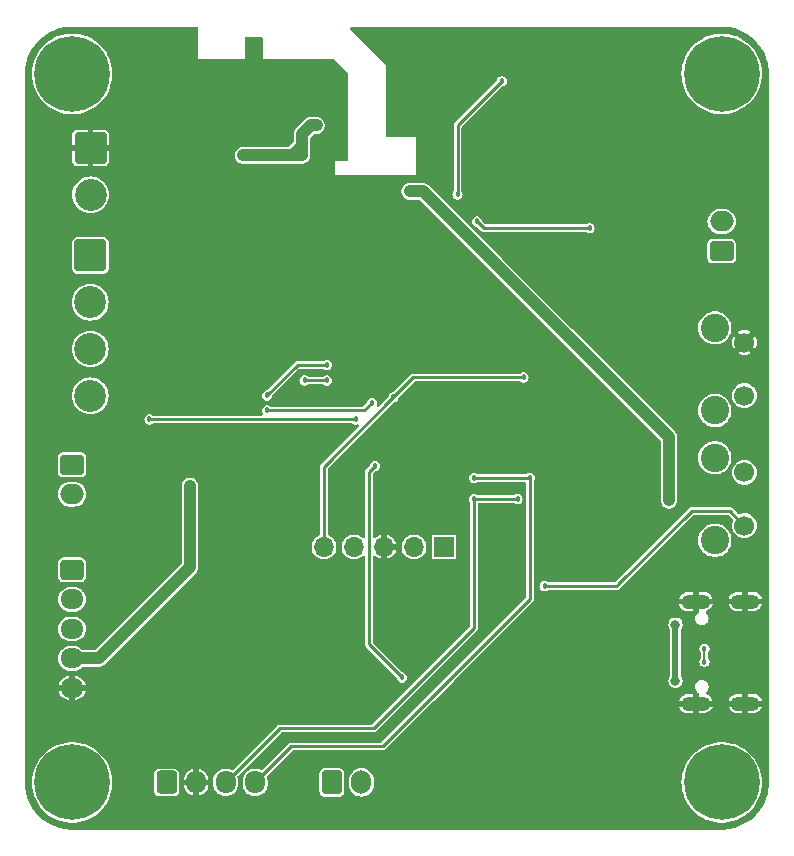
<source format=gbr>
%TF.GenerationSoftware,KiCad,Pcbnew,7.0.7*%
%TF.CreationDate,2024-02-22T09:52:38+01:00*%
%TF.ProjectId,Floppy Soldering station 3.0,466c6f70-7079-4205-936f-6c646572696e,1.0*%
%TF.SameCoordinates,Original*%
%TF.FileFunction,Copper,L2,Bot*%
%TF.FilePolarity,Positive*%
%FSLAX46Y46*%
G04 Gerber Fmt 4.6, Leading zero omitted, Abs format (unit mm)*
G04 Created by KiCad (PCBNEW 7.0.7) date 2024-02-22 09:52:38*
%MOMM*%
%LPD*%
G01*
G04 APERTURE LIST*
G04 Aperture macros list*
%AMRoundRect*
0 Rectangle with rounded corners*
0 $1 Rounding radius*
0 $2 $3 $4 $5 $6 $7 $8 $9 X,Y pos of 4 corners*
0 Add a 4 corners polygon primitive as box body*
4,1,4,$2,$3,$4,$5,$6,$7,$8,$9,$2,$3,0*
0 Add four circle primitives for the rounded corners*
1,1,$1+$1,$2,$3*
1,1,$1+$1,$4,$5*
1,1,$1+$1,$6,$7*
1,1,$1+$1,$8,$9*
0 Add four rect primitives between the rounded corners*
20,1,$1+$1,$2,$3,$4,$5,0*
20,1,$1+$1,$4,$5,$6,$7,0*
20,1,$1+$1,$6,$7,$8,$9,0*
20,1,$1+$1,$8,$9,$2,$3,0*%
G04 Aperture macros list end*
%TA.AperFunction,ComponentPad*%
%ADD10R,1.700000X1.700000*%
%TD*%
%TA.AperFunction,ComponentPad*%
%ADD11O,1.700000X1.700000*%
%TD*%
%TA.AperFunction,ComponentPad*%
%ADD12C,0.800000*%
%TD*%
%TA.AperFunction,ComponentPad*%
%ADD13C,6.400000*%
%TD*%
%TA.AperFunction,ComponentPad*%
%ADD14RoundRect,0.250000X0.750000X-0.600000X0.750000X0.600000X-0.750000X0.600000X-0.750000X-0.600000X0*%
%TD*%
%TA.AperFunction,ComponentPad*%
%ADD15O,2.000000X1.700000*%
%TD*%
%TA.AperFunction,ComponentPad*%
%ADD16RoundRect,0.250000X-0.600000X-0.750000X0.600000X-0.750000X0.600000X0.750000X-0.600000X0.750000X0*%
%TD*%
%TA.AperFunction,ComponentPad*%
%ADD17O,1.700000X2.000000*%
%TD*%
%TA.AperFunction,ComponentPad*%
%ADD18RoundRect,0.250000X-0.600000X-0.725000X0.600000X-0.725000X0.600000X0.725000X-0.600000X0.725000X0*%
%TD*%
%TA.AperFunction,ComponentPad*%
%ADD19O,1.700000X1.950000*%
%TD*%
%TA.AperFunction,ComponentPad*%
%ADD20RoundRect,0.250000X-0.725000X0.600000X-0.725000X-0.600000X0.725000X-0.600000X0.725000X0.600000X0*%
%TD*%
%TA.AperFunction,ComponentPad*%
%ADD21O,1.950000X1.700000*%
%TD*%
%TA.AperFunction,ComponentPad*%
%ADD22C,2.400000*%
%TD*%
%TA.AperFunction,ComponentPad*%
%ADD23C,1.700000*%
%TD*%
%TA.AperFunction,ComponentPad*%
%ADD24RoundRect,0.250000X-0.750000X0.600000X-0.750000X-0.600000X0.750000X-0.600000X0.750000X0.600000X0*%
%TD*%
%TA.AperFunction,ComponentPad*%
%ADD25O,2.500000X1.250000*%
%TD*%
%TA.AperFunction,ComponentPad*%
%ADD26RoundRect,0.250001X-1.099999X1.099999X-1.099999X-1.099999X1.099999X-1.099999X1.099999X1.099999X0*%
%TD*%
%TA.AperFunction,ComponentPad*%
%ADD27C,2.700000*%
%TD*%
%TA.AperFunction,ViaPad*%
%ADD28C,0.457200*%
%TD*%
%TA.AperFunction,ViaPad*%
%ADD29C,0.800000*%
%TD*%
%TA.AperFunction,Conductor*%
%ADD30C,0.254000*%
%TD*%
%TA.AperFunction,Conductor*%
%ADD31C,0.250000*%
%TD*%
%TA.AperFunction,Conductor*%
%ADD32C,1.000000*%
%TD*%
%TA.AperFunction,Conductor*%
%ADD33C,0.508000*%
%TD*%
%TA.AperFunction,Conductor*%
%ADD34C,0.200000*%
%TD*%
G04 APERTURE END LIST*
D10*
%TO.P,J7,1,Pin_1*%
%TO.N,+3V3*%
X159491000Y-106061000D03*
D11*
%TO.P,J7,2,Pin_2*%
%TO.N,/PA14{slash}SWCLK{slash}BOOT0*%
X156951000Y-106061000D03*
%TO.P,J7,3,Pin_3*%
%TO.N,GND*%
X154411000Y-106061000D03*
%TO.P,J7,4,Pin_4*%
%TO.N,/PA13{slash}SWDIO*%
X151871000Y-106061000D03*
%TO.P,J7,5,Pin_5*%
%TO.N,/NRST*%
X149331000Y-106061000D03*
%TD*%
D12*
%TO.P,H2,1*%
%TO.N,N/C*%
X128000000Y-123600000D03*
X129697056Y-124302944D03*
X126302944Y-124302944D03*
X130400000Y-126000000D03*
D13*
X128000000Y-126000000D03*
D12*
X125600000Y-126000000D03*
X129697056Y-127697056D03*
X126302944Y-127697056D03*
X128000000Y-128400000D03*
%TD*%
D14*
%TO.P,J2,1,Pin_1*%
%TO.N,Net-(J2-Pin_1)*%
X183000000Y-81000000D03*
D15*
%TO.P,J2,2,Pin_2*%
%TO.N,+3V3*%
X183000000Y-78500000D03*
%TD*%
D16*
%TO.P,J8,1,Pin_1*%
%TO.N,Net-(J8-Pin_1)*%
X150000000Y-126000000D03*
D17*
%TO.P,J8,2,Pin_2*%
%TO.N,Net-(J8-Pin_2)*%
X152500000Y-126000000D03*
%TD*%
D12*
%TO.P,H1,1*%
%TO.N,N/C*%
X128000000Y-63600000D03*
X129697056Y-64302944D03*
X126302944Y-64302944D03*
X130400000Y-66000000D03*
D13*
X128000000Y-66000000D03*
D12*
X125600000Y-66000000D03*
X129697056Y-67697056D03*
X126302944Y-67697056D03*
X128000000Y-68400000D03*
%TD*%
D18*
%TO.P,J6,1,Pin_1*%
%TO.N,+3V3*%
X136000000Y-126000000D03*
D19*
%TO.P,J6,2,Pin_2*%
%TO.N,GND*%
X138500000Y-126000000D03*
%TO.P,J6,3,Pin_3*%
%TO.N,/I2C1_SCL*%
X141000000Y-126000000D03*
%TO.P,J6,4,Pin_4*%
%TO.N,/I2C1_SDA*%
X143500000Y-126000000D03*
%TD*%
D20*
%TO.P,J5,1,Pin_1*%
%TO.N,/ENCODER_CLK*%
X128000000Y-108000000D03*
D21*
%TO.P,J5,2,Pin_2*%
%TO.N,/ENCODER_DT*%
X128000000Y-110500000D03*
%TO.P,J5,3,Pin_3*%
%TO.N,/ENCODER_SW*%
X128000000Y-113000000D03*
%TO.P,J5,4,Pin_4*%
%TO.N,+3V3*%
X128000000Y-115500000D03*
%TO.P,J5,5,Pin_5*%
%TO.N,GND*%
X128000000Y-118000000D03*
%TD*%
D12*
%TO.P,H4,1*%
%TO.N,N/C*%
X183000000Y-63600000D03*
X184697056Y-64302944D03*
X181302944Y-64302944D03*
X185400000Y-66000000D03*
D13*
X183000000Y-66000000D03*
D12*
X180600000Y-66000000D03*
X184697056Y-67697056D03*
X181302944Y-67697056D03*
X183000000Y-68400000D03*
%TD*%
D22*
%TO.P,SW2,*%
%TO.N,*%
X182425000Y-98499999D03*
X182425000Y-105499999D03*
D23*
%TO.P,SW2,1,1*%
%TO.N,+3V3*%
X184925000Y-99749999D03*
%TO.P,SW2,2,2*%
%TO.N,/PA14{slash}SWCLK{slash}BOOT0*%
X184925000Y-104249999D03*
%TD*%
D12*
%TO.P,H3,1*%
%TO.N,N/C*%
X183000000Y-123600000D03*
X184697056Y-124302944D03*
X181302944Y-124302944D03*
X185400000Y-126000000D03*
D13*
X183000000Y-126000000D03*
D12*
X180600000Y-126000000D03*
X184697056Y-127697056D03*
X181302944Y-127697056D03*
X183000000Y-128400000D03*
%TD*%
D24*
%TO.P,J9,1,Pin_1*%
%TO.N,+24V*%
X128000000Y-99097000D03*
D15*
%TO.P,J9,2,Pin_2*%
%TO.N,Net-(J9-Pin_2)*%
X128000000Y-101597000D03*
%TD*%
D25*
%TO.P,J4,13,SHIELD*%
%TO.N,GND*%
X180820000Y-119320000D03*
X185000000Y-119320000D03*
X180820000Y-110680000D03*
X185000000Y-110680000D03*
%TD*%
D22*
%TO.P,SW1,*%
%TO.N,*%
X182425000Y-87499999D03*
X182425000Y-94499999D03*
D23*
%TO.P,SW1,1,1*%
%TO.N,GND*%
X184925000Y-88749999D03*
%TO.P,SW1,2,2*%
%TO.N,/NRST*%
X184925000Y-93249999D03*
%TD*%
D26*
%TO.P,J3,1,Pin_1*%
%TO.N,+24V*%
X129550000Y-81379500D03*
D27*
%TO.P,J3,2,Pin_2*%
%TO.N,/STILO+*%
X129550000Y-85339500D03*
%TO.P,J3,3,Pin_3*%
%TO.N,/T{slash}C-*%
X129550000Y-89299500D03*
%TO.P,J3,4,Pin_4*%
%TO.N,/T{slash}C+*%
X129550000Y-93259500D03*
%TD*%
D26*
%TO.P,J1,1,Pin_1*%
%TO.N,GND*%
X129566000Y-72279000D03*
D27*
%TO.P,J1,2,Pin_2*%
%TO.N,+24V*%
X129566000Y-76239000D03*
%TD*%
D28*
%TO.N,+24V*%
X160639000Y-76216000D03*
X164385000Y-66628000D03*
%TO.N,GND*%
X132826000Y-119777000D03*
X142224000Y-82820000D03*
X157464000Y-74692000D03*
X145703800Y-71136000D03*
X157464000Y-66056000D03*
X156956000Y-77740000D03*
X140700000Y-80534000D03*
X157464000Y-73676000D03*
X157464000Y-63516000D03*
X142986000Y-65421000D03*
X155432000Y-78248000D03*
X157464000Y-70120000D03*
X150352000Y-92599000D03*
X177276000Y-69104000D03*
X168640000Y-69104000D03*
X141462000Y-79772000D03*
X149463000Y-109236000D03*
X143875000Y-65421000D03*
X174482000Y-85106000D03*
X142224000Y-81296000D03*
X144256000Y-71136000D03*
X146516600Y-71136000D03*
X126476000Y-78248000D03*
X141208000Y-78248000D03*
X124952000Y-115840000D03*
X150352000Y-67707000D03*
X163052000Y-72152000D03*
X151114000Y-86503000D03*
X157464000Y-68088000D03*
X134223000Y-66183000D03*
X144510000Y-65040000D03*
X127492000Y-78248000D03*
X151241000Y-103521000D03*
X163052000Y-118507000D03*
X141462000Y-82820000D03*
X133969000Y-88789000D03*
X153400000Y-78248000D03*
X153654000Y-118507000D03*
X144256000Y-78248000D03*
X140573000Y-92472000D03*
X166481000Y-89043000D03*
X152384000Y-78248000D03*
X157337000Y-85360000D03*
X140192000Y-78248000D03*
X140700000Y-82820000D03*
X149336000Y-78248000D03*
X145272000Y-78248000D03*
X125333000Y-110252000D03*
X142224000Y-80534000D03*
X157464000Y-64532000D03*
X140700000Y-83582000D03*
X140700000Y-81296000D03*
X124444000Y-78248000D03*
X142224000Y-78248000D03*
X185404000Y-96790000D03*
X156829000Y-113808000D03*
X156067000Y-120031000D03*
X145018000Y-71136000D03*
X156448000Y-78248000D03*
X143240000Y-78248000D03*
X154416000Y-78248000D03*
X157464000Y-69104000D03*
X158734000Y-117491000D03*
X151368000Y-78248000D03*
X141462000Y-82058000D03*
X181721000Y-102124000D03*
X148447000Y-103394000D03*
X133080000Y-78248000D03*
X141462000Y-80534000D03*
X131429000Y-98314000D03*
X174355000Y-120031000D03*
X144764000Y-112919000D03*
X131048000Y-78248000D03*
X142224000Y-79772000D03*
X184642000Y-115078000D03*
X132064000Y-78248000D03*
X152257000Y-80407000D03*
X150352000Y-78248000D03*
X142224000Y-82058000D03*
X170672000Y-127143000D03*
X159369000Y-128921000D03*
X138160000Y-78248000D03*
X158861000Y-68342000D03*
X178165000Y-123460000D03*
X157464000Y-71136000D03*
X135112000Y-78248000D03*
X136128000Y-78248000D03*
X186039000Y-102124000D03*
X134096000Y-78248000D03*
X146288000Y-78248000D03*
X137144000Y-78248000D03*
X144383000Y-106061000D03*
X141462000Y-81296000D03*
X125460000Y-78248000D03*
X138541000Y-112538000D03*
X149971000Y-103394000D03*
X157464000Y-77232000D03*
X142224000Y-83582000D03*
X157464000Y-67072000D03*
X171180000Y-95012000D03*
X185404000Y-79518000D03*
X143875000Y-87773000D03*
X146288000Y-128286000D03*
X126730000Y-121682000D03*
X142732000Y-120666000D03*
X132191000Y-104283000D03*
X147304000Y-78248000D03*
X162798000Y-93361000D03*
X140700000Y-82058000D03*
X139176000Y-78248000D03*
X141462000Y-83582000D03*
X148320000Y-78248000D03*
X157464000Y-62500000D03*
X168386000Y-122825000D03*
%TO.N,/STBY_NTC*%
X162290000Y-78502000D03*
X171815000Y-79074000D03*
D29*
%TO.N,+3V3*%
X137974552Y-100910152D03*
%TO.N,VBUS*%
X179090000Y-112626000D03*
X156575000Y-75962000D03*
X178546000Y-102124000D03*
X179090000Y-117400000D03*
D28*
%TO.N,/NRST*%
X166227000Y-91710000D03*
X155210563Y-93393563D03*
%TO.N,/D-*%
X181543200Y-115778100D03*
X181543200Y-114671600D03*
%TO.N,/I2C1_SCL*%
X165719000Y-101997000D03*
X162036000Y-101997000D03*
%TO.N,/I2C1_SDA*%
X166760400Y-100193600D03*
X162036000Y-100219000D03*
%TO.N,/PA14{slash}SWCLK{slash}BOOT0*%
X168005000Y-109363000D03*
%TO.N,/BUCKLIGHT_PWM*%
X153654000Y-99203000D03*
X155940000Y-117110000D03*
%TO.N,/FAN_PWM*%
X134553200Y-95266000D03*
X152003000Y-95266000D03*
%TO.N,/STILO_TEMP_CSN*%
X144510000Y-93234000D03*
X149590000Y-90643200D03*
%TO.N,/STILO_TEMP_SCK*%
X144510000Y-94504000D03*
X153389766Y-93869000D03*
%TO.N,/STILO_TEMP_MISO*%
X149590000Y-91964000D03*
X147685000Y-91964000D03*
D29*
%TO.N,/BUCK_SW*%
X142478000Y-72914000D03*
X147431000Y-72914000D03*
X148701000Y-70374000D03*
%TD*%
D30*
%TO.N,+24V*%
X160639000Y-70374000D02*
X164385000Y-66628000D01*
X160639000Y-76216000D02*
X160639000Y-70374000D01*
D31*
%TO.N,/STBY_NTC*%
X162862000Y-79074000D02*
X171815000Y-79074000D01*
X162290000Y-78502000D02*
X162862000Y-79074000D01*
D32*
%TO.N,+3V3*%
X137974552Y-107770448D02*
X130245000Y-115500000D01*
X137974552Y-100910152D02*
X137974552Y-107770448D01*
X130245000Y-115500000D02*
X128000000Y-115500000D01*
D33*
%TO.N,VBUS*%
X179090000Y-112626000D02*
X179090000Y-117400000D01*
D32*
X178546000Y-96790000D02*
X178546000Y-102124000D01*
X156575000Y-75962000D02*
X157718000Y-75962000D01*
X157718000Y-75962000D02*
X178546000Y-96790000D01*
D31*
%TO.N,/NRST*%
X149331000Y-99273126D02*
X149331000Y-106061000D01*
X155210563Y-93393563D02*
X149331000Y-99273126D01*
X156894126Y-91710000D02*
X155210563Y-93393563D01*
X166227000Y-91710000D02*
X156894126Y-91710000D01*
D34*
%TO.N,/D-*%
X181543200Y-115778100D02*
X181543200Y-114671600D01*
D31*
%TO.N,/I2C1_SCL*%
X165719000Y-101997000D02*
X162036000Y-101997000D01*
X145572000Y-121428000D02*
X141000000Y-126000000D01*
X153527000Y-121428000D02*
X145572000Y-121428000D01*
X162036000Y-112919000D02*
X153527000Y-121428000D01*
X162036000Y-112919000D02*
X162036000Y-101997000D01*
%TO.N,/I2C1_SDA*%
X166760400Y-110480600D02*
X154289000Y-122952000D01*
X166760400Y-100193600D02*
X166760400Y-110480600D01*
X166760400Y-100193600D02*
X166735000Y-100219000D01*
X146548000Y-122952000D02*
X143500000Y-126000000D01*
X166735000Y-100219000D02*
X162036000Y-100219000D01*
X154289000Y-122952000D02*
X146548000Y-122952000D01*
%TO.N,/PA14{slash}SWCLK{slash}BOOT0*%
X183688001Y-103013000D02*
X180451000Y-103013000D01*
X184925000Y-104249999D02*
X183688001Y-103013000D01*
X174101000Y-109363000D02*
X168005000Y-109363000D01*
X174228000Y-109236000D02*
X174101000Y-109363000D01*
X180451000Y-103013000D02*
X174228000Y-109236000D01*
%TO.N,/BUCKLIGHT_PWM*%
X153654000Y-99203000D02*
X153146000Y-99711000D01*
X153146000Y-114316000D02*
X155940000Y-117110000D01*
X153146000Y-99711000D02*
X153146000Y-114316000D01*
%TO.N,/FAN_PWM*%
X134553200Y-95266000D02*
X152003000Y-95266000D01*
%TO.N,/STILO_TEMP_CSN*%
X147100800Y-90643200D02*
X144510000Y-93234000D01*
X149590000Y-90643200D02*
X147100800Y-90643200D01*
%TO.N,/STILO_TEMP_SCK*%
X144510000Y-94504000D02*
X152754766Y-94504000D01*
X152754766Y-94504000D02*
X153389766Y-93869000D01*
%TO.N,/STILO_TEMP_MISO*%
X149590000Y-91964000D02*
X147685000Y-91964000D01*
D32*
%TO.N,/BUCK_SW*%
X148193000Y-70374000D02*
X147470600Y-71096400D01*
X147470600Y-72874400D02*
X147431000Y-72914000D01*
X147431000Y-72914000D02*
X142478000Y-72914000D01*
X148701000Y-70374000D02*
X148193000Y-70374000D01*
X147470600Y-71096400D02*
X147470600Y-72874400D01*
%TD*%
%TA.AperFunction,Conductor*%
%TO.N,GND*%
G36*
X138611039Y-62020185D02*
G01*
X138656794Y-62072989D01*
X138668000Y-62124499D01*
X138668000Y-64786000D01*
X142605000Y-64786000D01*
X142605000Y-63005000D01*
X142624685Y-62937961D01*
X142677489Y-62892206D01*
X142729000Y-62881000D01*
X144005000Y-62881000D01*
X144072039Y-62900685D01*
X144117794Y-62953489D01*
X144129000Y-63005000D01*
X144129000Y-64786000D01*
X150173638Y-64786000D01*
X150240677Y-64805685D01*
X150261319Y-64822319D01*
X151331681Y-65892681D01*
X151365166Y-65954004D01*
X151368000Y-65980362D01*
X151368000Y-73298000D01*
X151348315Y-73365039D01*
X151295511Y-73410794D01*
X151244000Y-73422000D01*
X150225000Y-73422000D01*
X150225000Y-74565000D01*
X157083000Y-74565000D01*
X157083000Y-71390000D01*
X154667000Y-71390000D01*
X154599961Y-71370315D01*
X154554206Y-71317511D01*
X154543000Y-71266000D01*
X154543000Y-66000002D01*
X179594506Y-66000002D01*
X179614469Y-66368196D01*
X179614470Y-66368213D01*
X179674122Y-66732068D01*
X179674128Y-66732094D01*
X179772768Y-67087365D01*
X179772770Y-67087371D01*
X179909255Y-67429926D01*
X179909261Y-67429938D01*
X180081973Y-67755708D01*
X180081976Y-67755713D01*
X180081978Y-67755716D01*
X180288910Y-68060917D01*
X180527627Y-68341956D01*
X180795330Y-68595538D01*
X181088881Y-68818690D01*
X181404838Y-69008795D01*
X181404840Y-69008796D01*
X181404842Y-69008797D01*
X181404846Y-69008799D01*
X181739486Y-69163620D01*
X181739497Y-69163625D01*
X182088934Y-69281364D01*
X182449052Y-69360632D01*
X182815630Y-69400500D01*
X182815636Y-69400500D01*
X183184364Y-69400500D01*
X183184370Y-69400500D01*
X183550948Y-69360632D01*
X183911066Y-69281364D01*
X184260503Y-69163625D01*
X184595162Y-69008795D01*
X184911119Y-68818690D01*
X185204670Y-68595538D01*
X185472373Y-68341956D01*
X185711090Y-68060917D01*
X185918022Y-67755716D01*
X186090743Y-67429930D01*
X186227227Y-67087379D01*
X186325875Y-66732081D01*
X186362962Y-66505863D01*
X186385529Y-66368213D01*
X186385529Y-66368210D01*
X186385531Y-66368199D01*
X186405494Y-66000000D01*
X186385531Y-65631801D01*
X186385395Y-65630973D01*
X186325877Y-65267931D01*
X186325876Y-65267930D01*
X186325875Y-65267919D01*
X186227227Y-64912621D01*
X186090743Y-64570070D01*
X185991240Y-64382388D01*
X185918026Y-64244291D01*
X185918024Y-64244288D01*
X185918022Y-64244284D01*
X185711090Y-63939083D01*
X185472373Y-63658044D01*
X185204670Y-63404462D01*
X185175120Y-63381999D01*
X185158364Y-63369261D01*
X184911119Y-63181310D01*
X184595162Y-62991205D01*
X184595161Y-62991204D01*
X184595157Y-62991202D01*
X184595153Y-62991200D01*
X184260513Y-62836379D01*
X184260508Y-62836377D01*
X184260503Y-62836375D01*
X184090172Y-62778983D01*
X183911065Y-62718635D01*
X183550946Y-62639367D01*
X183184371Y-62599500D01*
X183184370Y-62599500D01*
X182815630Y-62599500D01*
X182815628Y-62599500D01*
X182449053Y-62639367D01*
X182088934Y-62718635D01*
X181822732Y-62808330D01*
X181739497Y-62836375D01*
X181739494Y-62836376D01*
X181739486Y-62836379D01*
X181404846Y-62991200D01*
X181404842Y-62991202D01*
X181215187Y-63105314D01*
X181088881Y-63181310D01*
X181008408Y-63242484D01*
X180795330Y-63404461D01*
X180795330Y-63404462D01*
X180527626Y-63658044D01*
X180288909Y-63939083D01*
X180081979Y-64244282D01*
X180081973Y-64244291D01*
X179909261Y-64570061D01*
X179909255Y-64570073D01*
X179772770Y-64912628D01*
X179772768Y-64912634D01*
X179674128Y-65267905D01*
X179674122Y-65267931D01*
X179614470Y-65631786D01*
X179614469Y-65631803D01*
X179594506Y-65999997D01*
X179594506Y-66000002D01*
X154543000Y-66000002D01*
X154543000Y-65294000D01*
X151562460Y-62210683D01*
X151530020Y-62148801D01*
X151536184Y-62079204D01*
X151578998Y-62023988D01*
X151644866Y-62000684D01*
X151651615Y-62000500D01*
X182998560Y-62000500D01*
X183001423Y-62000566D01*
X183040986Y-62002394D01*
X183172950Y-62008495D01*
X183372549Y-62018302D01*
X183378048Y-62018819D01*
X183563357Y-62044668D01*
X183749828Y-62072329D01*
X183754871Y-62073294D01*
X183939341Y-62116681D01*
X184120221Y-62161989D01*
X184124797Y-62163327D01*
X184305568Y-62223916D01*
X184480339Y-62286450D01*
X184484471Y-62288100D01*
X184542986Y-62313936D01*
X184659474Y-62365370D01*
X184826973Y-62444592D01*
X184830601Y-62446457D01*
X184998128Y-62539770D01*
X184998142Y-62539778D01*
X185156964Y-62634972D01*
X185160119Y-62636996D01*
X185163582Y-62639368D01*
X185318603Y-62745559D01*
X185467377Y-62855897D01*
X185470001Y-62857957D01*
X185618027Y-62980876D01*
X185755321Y-63105314D01*
X185757514Y-63107402D01*
X185892596Y-63242484D01*
X185894695Y-63244688D01*
X186019129Y-63381980D01*
X186142034Y-63529989D01*
X186144109Y-63532632D01*
X186254443Y-63681400D01*
X186363002Y-63839879D01*
X186365032Y-63843044D01*
X186460221Y-64001857D01*
X186553527Y-64169371D01*
X186555410Y-64173034D01*
X186634638Y-64340547D01*
X186711899Y-64515527D01*
X186713558Y-64519685D01*
X186776093Y-64694459D01*
X186836662Y-64875173D01*
X186838018Y-64879812D01*
X186883317Y-65060654D01*
X186926696Y-65245090D01*
X186927672Y-65250189D01*
X186955337Y-65436689D01*
X186981177Y-65621933D01*
X186981697Y-65627459D01*
X186991512Y-65827238D01*
X186999434Y-65998575D01*
X186999500Y-66001439D01*
X186999500Y-125998560D01*
X186999434Y-126001424D01*
X186991512Y-126172761D01*
X186981697Y-126372539D01*
X186981177Y-126378065D01*
X186955337Y-126563310D01*
X186927672Y-126749809D01*
X186926696Y-126754908D01*
X186883317Y-126939345D01*
X186838018Y-127120186D01*
X186836662Y-127124825D01*
X186776093Y-127305540D01*
X186713557Y-127480314D01*
X186711899Y-127484470D01*
X186634638Y-127659452D01*
X186555410Y-127826964D01*
X186553527Y-127830627D01*
X186460221Y-127998142D01*
X186365032Y-128156954D01*
X186363002Y-128160118D01*
X186254437Y-128318608D01*
X186144121Y-128467350D01*
X186142021Y-128470025D01*
X186019132Y-128618016D01*
X185894695Y-128755310D01*
X185892596Y-128757514D01*
X185757514Y-128892596D01*
X185755310Y-128894695D01*
X185618016Y-129019132D01*
X185470025Y-129142021D01*
X185467350Y-129144121D01*
X185318608Y-129254437D01*
X185160118Y-129363002D01*
X185156954Y-129365032D01*
X184998142Y-129460221D01*
X184830627Y-129553527D01*
X184826964Y-129555410D01*
X184659452Y-129634638D01*
X184484470Y-129711899D01*
X184480314Y-129713557D01*
X184305540Y-129776093D01*
X184124825Y-129836662D01*
X184120186Y-129838018D01*
X183939345Y-129883317D01*
X183754908Y-129926696D01*
X183749809Y-129927672D01*
X183563310Y-129955337D01*
X183378065Y-129981177D01*
X183372539Y-129981697D01*
X183172761Y-129991512D01*
X183001424Y-129999434D01*
X182998560Y-129999500D01*
X128001440Y-129999500D01*
X127998576Y-129999434D01*
X127827238Y-129991512D01*
X127627459Y-129981697D01*
X127621933Y-129981177D01*
X127436689Y-129955337D01*
X127250189Y-129927672D01*
X127245090Y-129926696D01*
X127060654Y-129883317D01*
X126879812Y-129838018D01*
X126875173Y-129836662D01*
X126694459Y-129776093D01*
X126519685Y-129713558D01*
X126515527Y-129711899D01*
X126340547Y-129634638D01*
X126173034Y-129555410D01*
X126169371Y-129553527D01*
X126001857Y-129460221D01*
X125843044Y-129365032D01*
X125839879Y-129363002D01*
X125730371Y-129287989D01*
X125681392Y-129254437D01*
X125532632Y-129144109D01*
X125529989Y-129142034D01*
X125381980Y-129019129D01*
X125244680Y-128894687D01*
X125242484Y-128892596D01*
X125107402Y-128757514D01*
X125105314Y-128755321D01*
X124980867Y-128618016D01*
X124857957Y-128470001D01*
X124855897Y-128467377D01*
X124745559Y-128318603D01*
X124636995Y-128160118D01*
X124634966Y-128156954D01*
X124539778Y-127998142D01*
X124512261Y-127948740D01*
X124446457Y-127830601D01*
X124444588Y-127826964D01*
X124365361Y-127659452D01*
X124288100Y-127484471D01*
X124286450Y-127480339D01*
X124223906Y-127305540D01*
X124163327Y-127124797D01*
X124161989Y-127120221D01*
X124116675Y-126939315D01*
X124116338Y-126937882D01*
X124073294Y-126754871D01*
X124072329Y-126749828D01*
X124044662Y-126563310D01*
X124018819Y-126378048D01*
X124018302Y-126372549D01*
X124008487Y-126172761D01*
X124000566Y-126001423D01*
X124000533Y-126000000D01*
X124594506Y-126000000D01*
X124612448Y-126330932D01*
X124614469Y-126368196D01*
X124614470Y-126368213D01*
X124674122Y-126732068D01*
X124674128Y-126732094D01*
X124772768Y-127087365D01*
X124772770Y-127087371D01*
X124772772Y-127087377D01*
X124772773Y-127087379D01*
X124787693Y-127124825D01*
X124909255Y-127429926D01*
X124909261Y-127429938D01*
X125081973Y-127755708D01*
X125081976Y-127755713D01*
X125081978Y-127755716D01*
X125288910Y-128060917D01*
X125527627Y-128341956D01*
X125795330Y-128595538D01*
X126088881Y-128818690D01*
X126404838Y-129008795D01*
X126404840Y-129008796D01*
X126404842Y-129008797D01*
X126404846Y-129008799D01*
X126692801Y-129142021D01*
X126739497Y-129163625D01*
X127088934Y-129281364D01*
X127449052Y-129360632D01*
X127815630Y-129400500D01*
X127815636Y-129400500D01*
X128184364Y-129400500D01*
X128184370Y-129400500D01*
X128550948Y-129360632D01*
X128911066Y-129281364D01*
X129260503Y-129163625D01*
X129595162Y-129008795D01*
X129911119Y-128818690D01*
X130204670Y-128595538D01*
X130472373Y-128341956D01*
X130711090Y-128060917D01*
X130918022Y-127755716D01*
X131090743Y-127429930D01*
X131227227Y-127087379D01*
X131312773Y-126779269D01*
X134949500Y-126779269D01*
X134952353Y-126809699D01*
X134952353Y-126809701D01*
X134982695Y-126896410D01*
X134997207Y-126937882D01*
X135077850Y-127047150D01*
X135187118Y-127127793D01*
X135229845Y-127142744D01*
X135315299Y-127172646D01*
X135345730Y-127175500D01*
X135345734Y-127175500D01*
X136654270Y-127175500D01*
X136684699Y-127172646D01*
X136684701Y-127172646D01*
X136759677Y-127146410D01*
X136812882Y-127127793D01*
X136922150Y-127047150D01*
X137002793Y-126937882D01*
X137026177Y-126871055D01*
X137047646Y-126809701D01*
X137047646Y-126809699D01*
X137050500Y-126779269D01*
X137050500Y-125750000D01*
X137457229Y-125750000D01*
X137912708Y-125750000D01*
X137979747Y-125769685D01*
X138025502Y-125822489D01*
X138035446Y-125891647D01*
X138031686Y-125908933D01*
X138025000Y-125931705D01*
X138025000Y-126068294D01*
X138031686Y-126091067D01*
X138031684Y-126160937D01*
X137993909Y-126219714D01*
X137930353Y-126248738D01*
X137912708Y-126250000D01*
X137457230Y-126250000D01*
X137465191Y-126330834D01*
X137525233Y-126528766D01*
X137622728Y-126711166D01*
X137622732Y-126711173D01*
X137753944Y-126871055D01*
X137913826Y-127002267D01*
X137913833Y-127002271D01*
X138096233Y-127099766D01*
X138250000Y-127146410D01*
X138250000Y-126587044D01*
X138269685Y-126520005D01*
X138322489Y-126474250D01*
X138391647Y-126464306D01*
X138397066Y-126465085D01*
X138466025Y-126475000D01*
X138466026Y-126475000D01*
X138533974Y-126475000D01*
X138533975Y-126475000D01*
X138603570Y-126464993D01*
X138608353Y-126464306D01*
X138677512Y-126474250D01*
X138730316Y-126520005D01*
X138750000Y-126587044D01*
X138750000Y-127146410D01*
X138903766Y-127099766D01*
X139086166Y-127002271D01*
X139086173Y-127002267D01*
X139246055Y-126871055D01*
X139377267Y-126711173D01*
X139377271Y-126711166D01*
X139474766Y-126528766D01*
X139534808Y-126330834D01*
X139542770Y-126250000D01*
X139087292Y-126250000D01*
X139020253Y-126230315D01*
X138974498Y-126177511D01*
X138974368Y-126176608D01*
X139949500Y-126176608D01*
X139953746Y-126219714D01*
X139964699Y-126330932D01*
X139994734Y-126429943D01*
X140024768Y-126528954D01*
X140122315Y-126711450D01*
X140153795Y-126749809D01*
X140253589Y-126871410D01*
X140350209Y-126950702D01*
X140413550Y-127002685D01*
X140596046Y-127100232D01*
X140794066Y-127160300D01*
X140794065Y-127160300D01*
X140814347Y-127162297D01*
X141000000Y-127180583D01*
X141205934Y-127160300D01*
X141403954Y-127100232D01*
X141586450Y-127002685D01*
X141746410Y-126871410D01*
X141877685Y-126711450D01*
X141975232Y-126528954D01*
X142035300Y-126330934D01*
X142050500Y-126176608D01*
X142449500Y-126176608D01*
X142453746Y-126219714D01*
X142464699Y-126330932D01*
X142494734Y-126429943D01*
X142524768Y-126528954D01*
X142622315Y-126711450D01*
X142653795Y-126749809D01*
X142753589Y-126871410D01*
X142850209Y-126950702D01*
X142913550Y-127002685D01*
X143096046Y-127100232D01*
X143294066Y-127160300D01*
X143294065Y-127160300D01*
X143312529Y-127162118D01*
X143500000Y-127180583D01*
X143705934Y-127160300D01*
X143903954Y-127100232D01*
X144086450Y-127002685D01*
X144246410Y-126871410D01*
X144301511Y-126804269D01*
X148949500Y-126804269D01*
X148952353Y-126834699D01*
X148952353Y-126834701D01*
X148988971Y-126939345D01*
X148997207Y-126962882D01*
X149077850Y-127072150D01*
X149187118Y-127152793D01*
X149208572Y-127160300D01*
X149315299Y-127197646D01*
X149345730Y-127200500D01*
X149345734Y-127200500D01*
X150654270Y-127200500D01*
X150684699Y-127197646D01*
X150684701Y-127197646D01*
X150756145Y-127172646D01*
X150812882Y-127152793D01*
X150922150Y-127072150D01*
X151002793Y-126962882D01*
X151026052Y-126896410D01*
X151047646Y-126834701D01*
X151047646Y-126834699D01*
X151050500Y-126804269D01*
X151050500Y-126201608D01*
X151449500Y-126201608D01*
X151454142Y-126248738D01*
X151464699Y-126355932D01*
X151469737Y-126372539D01*
X151524768Y-126553954D01*
X151622315Y-126736450D01*
X151633294Y-126749828D01*
X151753589Y-126896410D01*
X151834584Y-126962880D01*
X151913550Y-127027685D01*
X152096046Y-127125232D01*
X152294066Y-127185300D01*
X152294065Y-127185300D01*
X152312529Y-127187118D01*
X152500000Y-127205583D01*
X152705934Y-127185300D01*
X152903954Y-127125232D01*
X153086450Y-127027685D01*
X153246410Y-126896410D01*
X153377685Y-126736450D01*
X153475232Y-126553954D01*
X153535300Y-126355934D01*
X153550500Y-126201608D01*
X153550500Y-126000000D01*
X179594506Y-126000000D01*
X179612448Y-126330932D01*
X179614469Y-126368196D01*
X179614470Y-126368213D01*
X179674122Y-126732068D01*
X179674128Y-126732094D01*
X179772768Y-127087365D01*
X179772770Y-127087371D01*
X179772772Y-127087377D01*
X179772773Y-127087379D01*
X179787693Y-127124825D01*
X179909255Y-127429926D01*
X179909261Y-127429938D01*
X180081973Y-127755708D01*
X180081976Y-127755713D01*
X180081978Y-127755716D01*
X180288910Y-128060917D01*
X180527627Y-128341956D01*
X180795330Y-128595538D01*
X181088881Y-128818690D01*
X181404838Y-129008795D01*
X181404840Y-129008796D01*
X181404842Y-129008797D01*
X181404846Y-129008799D01*
X181692801Y-129142021D01*
X181739497Y-129163625D01*
X182088934Y-129281364D01*
X182449052Y-129360632D01*
X182815630Y-129400500D01*
X182815636Y-129400500D01*
X183184364Y-129400500D01*
X183184370Y-129400500D01*
X183550948Y-129360632D01*
X183911066Y-129281364D01*
X184260503Y-129163625D01*
X184595162Y-129008795D01*
X184911119Y-128818690D01*
X185204670Y-128595538D01*
X185472373Y-128341956D01*
X185711090Y-128060917D01*
X185918022Y-127755716D01*
X186090743Y-127429930D01*
X186227227Y-127087379D01*
X186325875Y-126732081D01*
X186359207Y-126528766D01*
X186385529Y-126368213D01*
X186385529Y-126368210D01*
X186385531Y-126368199D01*
X186405494Y-126000000D01*
X186385531Y-125631801D01*
X186360943Y-125481824D01*
X186325877Y-125267931D01*
X186325876Y-125267930D01*
X186325875Y-125267919D01*
X186287289Y-125128944D01*
X186227231Y-124912634D01*
X186227229Y-124912628D01*
X186227228Y-124912627D01*
X186227227Y-124912621D01*
X186090743Y-124570070D01*
X185918022Y-124244284D01*
X185711090Y-123939083D01*
X185472373Y-123658044D01*
X185204670Y-123404462D01*
X184911119Y-123181310D01*
X184595162Y-122991205D01*
X184595161Y-122991204D01*
X184595157Y-122991202D01*
X184595153Y-122991200D01*
X184260513Y-122836379D01*
X184260508Y-122836377D01*
X184260503Y-122836375D01*
X184090172Y-122778983D01*
X183911065Y-122718635D01*
X183550946Y-122639367D01*
X183184371Y-122599500D01*
X183184370Y-122599500D01*
X182815630Y-122599500D01*
X182815628Y-122599500D01*
X182449053Y-122639367D01*
X182088934Y-122718635D01*
X181818812Y-122809650D01*
X181739497Y-122836375D01*
X181739494Y-122836376D01*
X181739486Y-122836379D01*
X181404846Y-122991200D01*
X181404842Y-122991202D01*
X181169538Y-123132779D01*
X181088881Y-123181310D01*
X181030840Y-123225432D01*
X180795330Y-123404461D01*
X180795330Y-123404462D01*
X180527626Y-123658044D01*
X180288909Y-123939083D01*
X180081979Y-124244282D01*
X180081973Y-124244291D01*
X179909261Y-124570061D01*
X179909255Y-124570073D01*
X179772770Y-124912628D01*
X179772768Y-124912634D01*
X179674128Y-125267905D01*
X179674122Y-125267931D01*
X179614470Y-125631786D01*
X179614469Y-125631799D01*
X179614469Y-125631801D01*
X179594506Y-126000000D01*
X153550500Y-126000000D01*
X153550500Y-125798392D01*
X153535300Y-125644066D01*
X153475232Y-125446046D01*
X153377685Y-125263550D01*
X153322027Y-125195730D01*
X153246410Y-125103589D01*
X153116913Y-124997315D01*
X153086450Y-124972315D01*
X152903954Y-124874768D01*
X152705934Y-124814700D01*
X152705932Y-124814699D01*
X152705934Y-124814699D01*
X152500000Y-124794417D01*
X152294067Y-124814699D01*
X152096043Y-124874769D01*
X151996737Y-124927850D01*
X151913550Y-124972315D01*
X151913548Y-124972316D01*
X151913547Y-124972317D01*
X151753589Y-125103589D01*
X151622317Y-125263547D01*
X151622315Y-125263550D01*
X151608954Y-125288547D01*
X151524769Y-125446043D01*
X151464699Y-125644067D01*
X151460595Y-125685742D01*
X151449500Y-125798392D01*
X151449500Y-126201608D01*
X151050500Y-126201608D01*
X151050500Y-125195730D01*
X151047646Y-125165300D01*
X151047646Y-125165298D01*
X151002793Y-125037119D01*
X151002792Y-125037117D01*
X150922150Y-124927850D01*
X150812882Y-124847207D01*
X150812880Y-124847206D01*
X150684700Y-124802353D01*
X150654270Y-124799500D01*
X150654266Y-124799500D01*
X149345734Y-124799500D01*
X149345730Y-124799500D01*
X149315300Y-124802353D01*
X149315298Y-124802353D01*
X149187119Y-124847206D01*
X149187117Y-124847207D01*
X149077850Y-124927850D01*
X148997207Y-125037117D01*
X148997206Y-125037119D01*
X148952353Y-125165298D01*
X148952353Y-125165300D01*
X148949500Y-125195730D01*
X148949500Y-126804269D01*
X144301511Y-126804269D01*
X144377685Y-126711450D01*
X144475232Y-126528954D01*
X144535300Y-126330934D01*
X144550500Y-126176608D01*
X144550500Y-125823392D01*
X144535300Y-125669066D01*
X144500074Y-125552944D01*
X144499452Y-125483078D01*
X144531053Y-125429271D01*
X146646506Y-123313819D01*
X146707830Y-123280334D01*
X146734188Y-123277500D01*
X154272078Y-123277500D01*
X154277481Y-123277735D01*
X154317807Y-123281264D01*
X154356940Y-123270777D01*
X154362162Y-123269619D01*
X154402045Y-123262588D01*
X154402050Y-123262584D01*
X154407099Y-123260747D01*
X154423824Y-123253819D01*
X154428681Y-123251554D01*
X154428684Y-123251554D01*
X154461841Y-123228335D01*
X154466390Y-123225438D01*
X154501455Y-123205194D01*
X154527481Y-123174176D01*
X154531122Y-123170202D01*
X158631324Y-119070000D01*
X179406535Y-119070000D01*
X179865021Y-119070000D01*
X179932060Y-119089685D01*
X179977815Y-119142489D01*
X179987759Y-119211647D01*
X179984287Y-119227934D01*
X179966105Y-119291837D01*
X179966104Y-119291837D01*
X179976453Y-119403517D01*
X179978885Y-119412063D01*
X179978299Y-119481930D01*
X179940034Y-119540390D01*
X179876237Y-119568881D01*
X179859619Y-119570000D01*
X179408203Y-119570000D01*
X179424076Y-119627167D01*
X179424077Y-119627171D01*
X179508130Y-119785711D01*
X179624301Y-119922477D01*
X179767158Y-120031074D01*
X179930028Y-120106425D01*
X180105275Y-120144999D01*
X180105279Y-120145000D01*
X180570000Y-120145000D01*
X180570000Y-119744000D01*
X180589685Y-119676961D01*
X180642489Y-119631206D01*
X180694000Y-119620000D01*
X180946000Y-119620000D01*
X181013039Y-119639685D01*
X181058794Y-119692489D01*
X181070000Y-119744000D01*
X181070000Y-120145000D01*
X181489726Y-120145000D01*
X181489733Y-120144999D01*
X181623394Y-120130463D01*
X181623398Y-120130462D01*
X181793456Y-120073162D01*
X181947214Y-119980648D01*
X181947215Y-119980647D01*
X182077491Y-119857244D01*
X182178195Y-119708717D01*
X182178196Y-119708716D01*
X182233465Y-119570000D01*
X181774979Y-119570000D01*
X181707940Y-119550315D01*
X181662185Y-119497511D01*
X181652241Y-119428353D01*
X181655713Y-119412066D01*
X181673894Y-119348162D01*
X181673895Y-119348160D01*
X181663546Y-119236482D01*
X181663546Y-119236479D01*
X181663544Y-119236475D01*
X181661115Y-119227937D01*
X181661701Y-119158070D01*
X181699966Y-119099610D01*
X181763763Y-119071119D01*
X181780381Y-119070000D01*
X182231796Y-119070000D01*
X183586535Y-119070000D01*
X184045021Y-119070000D01*
X184112060Y-119089685D01*
X184157815Y-119142489D01*
X184167759Y-119211647D01*
X184164287Y-119227934D01*
X184146105Y-119291837D01*
X184146104Y-119291837D01*
X184156453Y-119403517D01*
X184158885Y-119412063D01*
X184158299Y-119481930D01*
X184120034Y-119540390D01*
X184056237Y-119568881D01*
X184039619Y-119570000D01*
X183588203Y-119570000D01*
X183604076Y-119627167D01*
X183604077Y-119627171D01*
X183688130Y-119785711D01*
X183804301Y-119922477D01*
X183947158Y-120031074D01*
X184110028Y-120106425D01*
X184285275Y-120144999D01*
X184285279Y-120145000D01*
X184750000Y-120145000D01*
X184750000Y-119744000D01*
X184769685Y-119676961D01*
X184822489Y-119631206D01*
X184874000Y-119620000D01*
X185126000Y-119620000D01*
X185193039Y-119639685D01*
X185238794Y-119692489D01*
X185250000Y-119744000D01*
X185250000Y-120145000D01*
X185669726Y-120145000D01*
X185669733Y-120144999D01*
X185803394Y-120130463D01*
X185803398Y-120130462D01*
X185973456Y-120073162D01*
X186127214Y-119980648D01*
X186127215Y-119980647D01*
X186257491Y-119857244D01*
X186358195Y-119708717D01*
X186358196Y-119708716D01*
X186413465Y-119570000D01*
X185954979Y-119570000D01*
X185887940Y-119550315D01*
X185842185Y-119497511D01*
X185832241Y-119428353D01*
X185835713Y-119412066D01*
X185853894Y-119348162D01*
X185853895Y-119348160D01*
X185843546Y-119236482D01*
X185843546Y-119236479D01*
X185843544Y-119236475D01*
X185841115Y-119227937D01*
X185841701Y-119158070D01*
X185879966Y-119099610D01*
X185943763Y-119071119D01*
X185960381Y-119070000D01*
X186411796Y-119070000D01*
X186395923Y-119012832D01*
X186395922Y-119012828D01*
X186311869Y-118854288D01*
X186195698Y-118717522D01*
X186052841Y-118608925D01*
X185889971Y-118533574D01*
X185714724Y-118495000D01*
X185250000Y-118495000D01*
X185250000Y-118896000D01*
X185230315Y-118963039D01*
X185177511Y-119008794D01*
X185126000Y-119020000D01*
X184874000Y-119020000D01*
X184806961Y-119000315D01*
X184761206Y-118947511D01*
X184750000Y-118896000D01*
X184750000Y-118495000D01*
X184330266Y-118495000D01*
X184196605Y-118509536D01*
X184196601Y-118509537D01*
X184026543Y-118566837D01*
X183872785Y-118659351D01*
X183872784Y-118659352D01*
X183742508Y-118782755D01*
X183641804Y-118931282D01*
X183641803Y-118931283D01*
X183586535Y-119069999D01*
X183586535Y-119070000D01*
X182231796Y-119070000D01*
X182215923Y-119012832D01*
X182215922Y-119012828D01*
X182131869Y-118854288D01*
X182015698Y-118717522D01*
X181872838Y-118608923D01*
X181872837Y-118608922D01*
X181719303Y-118537890D01*
X181666725Y-118491876D01*
X181647371Y-118424740D01*
X181667385Y-118357799D01*
X181695879Y-118326978D01*
X181730451Y-118300451D01*
X181822698Y-118180233D01*
X181880687Y-118040236D01*
X181900466Y-117890000D01*
X181880687Y-117739764D01*
X181822698Y-117599767D01*
X181730451Y-117479549D01*
X181610233Y-117387302D01*
X181610229Y-117387300D01*
X181546801Y-117361027D01*
X181470236Y-117329313D01*
X181456171Y-117327461D01*
X181357727Y-117314500D01*
X181357720Y-117314500D01*
X181282280Y-117314500D01*
X181282272Y-117314500D01*
X181169764Y-117329313D01*
X181169763Y-117329313D01*
X181029770Y-117387300D01*
X181029767Y-117387301D01*
X181029767Y-117387302D01*
X180909549Y-117479549D01*
X180863855Y-117539099D01*
X180817300Y-117599770D01*
X180759313Y-117739763D01*
X180759312Y-117739765D01*
X180739534Y-117889999D01*
X180739534Y-117890000D01*
X180759312Y-118040234D01*
X180759313Y-118040236D01*
X180816174Y-118177511D01*
X180817302Y-118180233D01*
X180909549Y-118300451D01*
X180909550Y-118300452D01*
X180936551Y-118321171D01*
X181021487Y-118386344D01*
X181062689Y-118442771D01*
X181070000Y-118484719D01*
X181070000Y-118896000D01*
X181050315Y-118963039D01*
X180997511Y-119008794D01*
X180946000Y-119020000D01*
X180694000Y-119020000D01*
X180626961Y-119000315D01*
X180581206Y-118947511D01*
X180570000Y-118896000D01*
X180570000Y-118495000D01*
X180150266Y-118495000D01*
X180016605Y-118509536D01*
X180016601Y-118509537D01*
X179846543Y-118566837D01*
X179692785Y-118659351D01*
X179692784Y-118659352D01*
X179562508Y-118782755D01*
X179461804Y-118931282D01*
X179461803Y-118931283D01*
X179406535Y-119069999D01*
X179406535Y-119070000D01*
X158631324Y-119070000D01*
X160301323Y-117400001D01*
X178484318Y-117400001D01*
X178504955Y-117556760D01*
X178504956Y-117556762D01*
X178522770Y-117599770D01*
X178565464Y-117702841D01*
X178661718Y-117828282D01*
X178787159Y-117924536D01*
X178933238Y-117985044D01*
X179011619Y-117995362D01*
X179089999Y-118005682D01*
X179090000Y-118005682D01*
X179090001Y-118005682D01*
X179142254Y-117998802D01*
X179246762Y-117985044D01*
X179392841Y-117924536D01*
X179518282Y-117828282D01*
X179614536Y-117702841D01*
X179675044Y-117556762D01*
X179695682Y-117400000D01*
X179694010Y-117387302D01*
X179675044Y-117243239D01*
X179675044Y-117243238D01*
X179614536Y-117097159D01*
X179614535Y-117097158D01*
X179614535Y-117097157D01*
X179570124Y-117039279D01*
X179544930Y-116974109D01*
X179544500Y-116963793D01*
X179544500Y-115778100D01*
X181109687Y-115778100D01*
X181127246Y-115900234D01*
X181164482Y-115981768D01*
X181178506Y-116012475D01*
X181259309Y-116105727D01*
X181363112Y-116172437D01*
X181363115Y-116172438D01*
X181363114Y-116172438D01*
X181481502Y-116207199D01*
X181481504Y-116207200D01*
X181481505Y-116207200D01*
X181604896Y-116207200D01*
X181604896Y-116207199D01*
X181705864Y-116177553D01*
X181723285Y-116172438D01*
X181723285Y-116172437D01*
X181723288Y-116172437D01*
X181827091Y-116105727D01*
X181907894Y-116012475D01*
X181959153Y-115900235D01*
X181976713Y-115778100D01*
X181959153Y-115655965D01*
X181907894Y-115543725D01*
X181907892Y-115543723D01*
X181907891Y-115543720D01*
X181873986Y-115504591D01*
X181844962Y-115441035D01*
X181843700Y-115423390D01*
X181843700Y-115026308D01*
X181863385Y-114959269D01*
X181873988Y-114945105D01*
X181907891Y-114905979D01*
X181907891Y-114905977D01*
X181907894Y-114905975D01*
X181959153Y-114793735D01*
X181976713Y-114671600D01*
X181959153Y-114549465D01*
X181907894Y-114437225D01*
X181827091Y-114343973D01*
X181723288Y-114277263D01*
X181723286Y-114277262D01*
X181723284Y-114277261D01*
X181723285Y-114277261D01*
X181604897Y-114242500D01*
X181604895Y-114242500D01*
X181481505Y-114242500D01*
X181481502Y-114242500D01*
X181363114Y-114277261D01*
X181259310Y-114343972D01*
X181259309Y-114343972D01*
X181259309Y-114343973D01*
X181224704Y-114383910D01*
X181178506Y-114437225D01*
X181178505Y-114437226D01*
X181127246Y-114549465D01*
X181109687Y-114671600D01*
X181127246Y-114793734D01*
X181178505Y-114905973D01*
X181178508Y-114905979D01*
X181212412Y-114945105D01*
X181241438Y-115008660D01*
X181242700Y-115026308D01*
X181242700Y-115423390D01*
X181223015Y-115490429D01*
X181212414Y-115504591D01*
X181178508Y-115543720D01*
X181178505Y-115543726D01*
X181127246Y-115655965D01*
X181109687Y-115778100D01*
X179544500Y-115778100D01*
X179544500Y-113062206D01*
X179564185Y-112995167D01*
X179570124Y-112986720D01*
X179584023Y-112968605D01*
X179614536Y-112928841D01*
X179675044Y-112782762D01*
X179695682Y-112626000D01*
X179675044Y-112469238D01*
X179614536Y-112323159D01*
X179518282Y-112197718D01*
X179392841Y-112101464D01*
X179246762Y-112040956D01*
X179246760Y-112040955D01*
X179090001Y-112020318D01*
X179089999Y-112020318D01*
X178933239Y-112040955D01*
X178933237Y-112040956D01*
X178787160Y-112101463D01*
X178661718Y-112197718D01*
X178565463Y-112323160D01*
X178504956Y-112469237D01*
X178504955Y-112469239D01*
X178484318Y-112625998D01*
X178484318Y-112626001D01*
X178504955Y-112782760D01*
X178504957Y-112782765D01*
X178565461Y-112928836D01*
X178565464Y-112928841D01*
X178609876Y-112986720D01*
X178635070Y-113051889D01*
X178635500Y-113062206D01*
X178635500Y-116963793D01*
X178615815Y-117030832D01*
X178609876Y-117039279D01*
X178565464Y-117097157D01*
X178504956Y-117243237D01*
X178504955Y-117243239D01*
X178484318Y-117399998D01*
X178484318Y-117400001D01*
X160301323Y-117400001D01*
X166978604Y-110722720D01*
X166982566Y-110719089D01*
X167013594Y-110693055D01*
X167033838Y-110657990D01*
X167036735Y-110653441D01*
X167059954Y-110620284D01*
X167059954Y-110620281D01*
X167062219Y-110615424D01*
X167069147Y-110598699D01*
X167070984Y-110593650D01*
X167070988Y-110593645D01*
X167078019Y-110553762D01*
X167079177Y-110548540D01*
X167089664Y-110509407D01*
X167086135Y-110469081D01*
X167085900Y-110463678D01*
X167085900Y-110430000D01*
X179406535Y-110430000D01*
X179865021Y-110430000D01*
X179932060Y-110449685D01*
X179977815Y-110502489D01*
X179987759Y-110571647D01*
X179984287Y-110587934D01*
X179966105Y-110651837D01*
X179966104Y-110651837D01*
X179976453Y-110763517D01*
X179978885Y-110772063D01*
X179978299Y-110841930D01*
X179940034Y-110900390D01*
X179876237Y-110928881D01*
X179859619Y-110930000D01*
X179408203Y-110930000D01*
X179424076Y-110987167D01*
X179424077Y-110987171D01*
X179508130Y-111145711D01*
X179624301Y-111282477D01*
X179767158Y-111391074D01*
X179930028Y-111466425D01*
X180105275Y-111504999D01*
X180105279Y-111505000D01*
X180570000Y-111505000D01*
X180570000Y-111104000D01*
X180589685Y-111036961D01*
X180642489Y-110991206D01*
X180694000Y-110980000D01*
X180946000Y-110980000D01*
X181013039Y-110999685D01*
X181058794Y-111052489D01*
X181070000Y-111104000D01*
X181070000Y-111515280D01*
X181050315Y-111582319D01*
X181021487Y-111613655D01*
X180909551Y-111699547D01*
X180817300Y-111819770D01*
X180759313Y-111959763D01*
X180759312Y-111959765D01*
X180739534Y-112109999D01*
X180739534Y-112110000D01*
X180759312Y-112260234D01*
X180759313Y-112260236D01*
X180817302Y-112400233D01*
X180909549Y-112520451D01*
X181029767Y-112612698D01*
X181169764Y-112670687D01*
X181282280Y-112685500D01*
X181282287Y-112685500D01*
X181357713Y-112685500D01*
X181357720Y-112685500D01*
X181470236Y-112670687D01*
X181610233Y-112612698D01*
X181730451Y-112520451D01*
X181822698Y-112400233D01*
X181880687Y-112260236D01*
X181900466Y-112110000D01*
X181880687Y-111959764D01*
X181822698Y-111819767D01*
X181730451Y-111699549D01*
X181692989Y-111670803D01*
X181651787Y-111614374D01*
X181647634Y-111544628D01*
X181681847Y-111483708D01*
X181728885Y-111454919D01*
X181793454Y-111433163D01*
X181947214Y-111340648D01*
X181947215Y-111340647D01*
X182077491Y-111217244D01*
X182178195Y-111068717D01*
X182178196Y-111068716D01*
X182233465Y-110930000D01*
X181774979Y-110930000D01*
X181707940Y-110910315D01*
X181662185Y-110857511D01*
X181652241Y-110788353D01*
X181655713Y-110772066D01*
X181670295Y-110720813D01*
X181673895Y-110708160D01*
X181663546Y-110596479D01*
X181663544Y-110596475D01*
X181661115Y-110587937D01*
X181661701Y-110518070D01*
X181699966Y-110459610D01*
X181763763Y-110431119D01*
X181780381Y-110430000D01*
X182231796Y-110430000D01*
X183586535Y-110430000D01*
X184045021Y-110430000D01*
X184112060Y-110449685D01*
X184157815Y-110502489D01*
X184167759Y-110571647D01*
X184164287Y-110587934D01*
X184146105Y-110651837D01*
X184146104Y-110651837D01*
X184156453Y-110763517D01*
X184158885Y-110772063D01*
X184158299Y-110841930D01*
X184120034Y-110900390D01*
X184056237Y-110928881D01*
X184039619Y-110930000D01*
X183588203Y-110930000D01*
X183604076Y-110987167D01*
X183604077Y-110987171D01*
X183688130Y-111145711D01*
X183804301Y-111282477D01*
X183947158Y-111391074D01*
X184110028Y-111466425D01*
X184285275Y-111504999D01*
X184285279Y-111505000D01*
X184750000Y-111505000D01*
X184750000Y-111104000D01*
X184769685Y-111036961D01*
X184822489Y-110991206D01*
X184874000Y-110980000D01*
X185126000Y-110980000D01*
X185193039Y-110999685D01*
X185238794Y-111052489D01*
X185250000Y-111104000D01*
X185250000Y-111505000D01*
X185669726Y-111505000D01*
X185669733Y-111504999D01*
X185803394Y-111490463D01*
X185803398Y-111490462D01*
X185973456Y-111433162D01*
X186127214Y-111340648D01*
X186127215Y-111340647D01*
X186257491Y-111217244D01*
X186358195Y-111068717D01*
X186358196Y-111068716D01*
X186413465Y-110930000D01*
X185954979Y-110930000D01*
X185887940Y-110910315D01*
X185842185Y-110857511D01*
X185832241Y-110788353D01*
X185835713Y-110772066D01*
X185850295Y-110720813D01*
X185853895Y-110708160D01*
X185843546Y-110596479D01*
X185843544Y-110596475D01*
X185841115Y-110587937D01*
X185841701Y-110518070D01*
X185879966Y-110459610D01*
X185943763Y-110431119D01*
X185960381Y-110430000D01*
X186411796Y-110430000D01*
X186395923Y-110372832D01*
X186395922Y-110372828D01*
X186311869Y-110214288D01*
X186195698Y-110077522D01*
X186052841Y-109968925D01*
X185889971Y-109893574D01*
X185714724Y-109855000D01*
X185250000Y-109855000D01*
X185250000Y-110256000D01*
X185230315Y-110323039D01*
X185177511Y-110368794D01*
X185126000Y-110380000D01*
X184874000Y-110380000D01*
X184806961Y-110360315D01*
X184761206Y-110307511D01*
X184750000Y-110256000D01*
X184750000Y-109855000D01*
X184330266Y-109855000D01*
X184196605Y-109869536D01*
X184196601Y-109869537D01*
X184026543Y-109926837D01*
X183872785Y-110019351D01*
X183872784Y-110019352D01*
X183742508Y-110142755D01*
X183641804Y-110291282D01*
X183641803Y-110291283D01*
X183586535Y-110429999D01*
X183586535Y-110430000D01*
X182231796Y-110430000D01*
X182215923Y-110372832D01*
X182215922Y-110372828D01*
X182131869Y-110214288D01*
X182015698Y-110077522D01*
X181872841Y-109968925D01*
X181709971Y-109893574D01*
X181534724Y-109855000D01*
X181070000Y-109855000D01*
X181070000Y-110256000D01*
X181050315Y-110323039D01*
X180997511Y-110368794D01*
X180946000Y-110380000D01*
X180694000Y-110380000D01*
X180626961Y-110360315D01*
X180581206Y-110307511D01*
X180570000Y-110256000D01*
X180570000Y-109855000D01*
X180150266Y-109855000D01*
X180016605Y-109869536D01*
X180016601Y-109869537D01*
X179846543Y-109926837D01*
X179692785Y-110019351D01*
X179692784Y-110019352D01*
X179562508Y-110142755D01*
X179461804Y-110291282D01*
X179461803Y-110291283D01*
X179406535Y-110429999D01*
X179406535Y-110430000D01*
X167085900Y-110430000D01*
X167085900Y-109362999D01*
X167571487Y-109362999D01*
X167589046Y-109485134D01*
X167607147Y-109524768D01*
X167640306Y-109597375D01*
X167721109Y-109690627D01*
X167824912Y-109757337D01*
X167824915Y-109757338D01*
X167824914Y-109757338D01*
X167943302Y-109792099D01*
X167943304Y-109792100D01*
X167943305Y-109792100D01*
X168066696Y-109792100D01*
X168066696Y-109792099D01*
X168185085Y-109757338D01*
X168185086Y-109757338D01*
X168261570Y-109708185D01*
X168328610Y-109688500D01*
X174084078Y-109688500D01*
X174089481Y-109688735D01*
X174129807Y-109692264D01*
X174168940Y-109681777D01*
X174174162Y-109680619D01*
X174214045Y-109673588D01*
X174214050Y-109673584D01*
X174219099Y-109671747D01*
X174235824Y-109664819D01*
X174240681Y-109662554D01*
X174240684Y-109662554D01*
X174273841Y-109639335D01*
X174278390Y-109636438D01*
X174313455Y-109616194D01*
X174339475Y-109585182D01*
X174343116Y-109581208D01*
X174478298Y-109446028D01*
X178424321Y-105500005D01*
X181019700Y-105500005D01*
X181038864Y-105731296D01*
X181038866Y-105731307D01*
X181095842Y-105956299D01*
X181189075Y-106168847D01*
X181316016Y-106363146D01*
X181316019Y-106363150D01*
X181316021Y-106363152D01*
X181473216Y-106533912D01*
X181473219Y-106533914D01*
X181473222Y-106533917D01*
X181656365Y-106676463D01*
X181656371Y-106676467D01*
X181656374Y-106676469D01*
X181860497Y-106786935D01*
X181974487Y-106826067D01*
X182080015Y-106862296D01*
X182080017Y-106862296D01*
X182080019Y-106862297D01*
X182308951Y-106900499D01*
X182308952Y-106900499D01*
X182541048Y-106900499D01*
X182541049Y-106900499D01*
X182769981Y-106862297D01*
X182989503Y-106786935D01*
X183193626Y-106676469D01*
X183197697Y-106673301D01*
X183341982Y-106560999D01*
X183376784Y-106533912D01*
X183533979Y-106363152D01*
X183660924Y-106168848D01*
X183754157Y-105956299D01*
X183811134Y-105731304D01*
X183811135Y-105731296D01*
X183830300Y-105500005D01*
X183830300Y-105499992D01*
X183811135Y-105268701D01*
X183811133Y-105268690D01*
X183754157Y-105043698D01*
X183660924Y-104831150D01*
X183533983Y-104636851D01*
X183533980Y-104636848D01*
X183533979Y-104636846D01*
X183376784Y-104466086D01*
X183376779Y-104466082D01*
X183376777Y-104466080D01*
X183193634Y-104323534D01*
X183193628Y-104323530D01*
X182989504Y-104213063D01*
X182989495Y-104213060D01*
X182769984Y-104137701D01*
X182598282Y-104109049D01*
X182541049Y-104099499D01*
X182308951Y-104099499D01*
X182263164Y-104107139D01*
X182080015Y-104137701D01*
X181860504Y-104213060D01*
X181860495Y-104213063D01*
X181656371Y-104323530D01*
X181656365Y-104323534D01*
X181473222Y-104466080D01*
X181473219Y-104466083D01*
X181316016Y-104636851D01*
X181189075Y-104831150D01*
X181095842Y-105043698D01*
X181038866Y-105268690D01*
X181038864Y-105268701D01*
X181019700Y-105499992D01*
X181019700Y-105500005D01*
X178424321Y-105500005D01*
X180549507Y-103374819D01*
X180610830Y-103341334D01*
X180637188Y-103338500D01*
X183501813Y-103338500D01*
X183568852Y-103358185D01*
X183589494Y-103374819D01*
X183923678Y-103709003D01*
X183957163Y-103770326D01*
X183952179Y-103840018D01*
X183950563Y-103844125D01*
X183949771Y-103846037D01*
X183949769Y-103846042D01*
X183949768Y-103846045D01*
X183922653Y-103935429D01*
X183889699Y-104044066D01*
X183869417Y-104249999D01*
X183889699Y-104455931D01*
X183919733Y-104554942D01*
X183949768Y-104653953D01*
X184047315Y-104836449D01*
X184047317Y-104836451D01*
X184178589Y-104996409D01*
X184263932Y-105066447D01*
X184338550Y-105127684D01*
X184521046Y-105225231D01*
X184719066Y-105285299D01*
X184719065Y-105285299D01*
X184727442Y-105286124D01*
X184925000Y-105305582D01*
X185130934Y-105285299D01*
X185328954Y-105225231D01*
X185511450Y-105127684D01*
X185671410Y-104996409D01*
X185802685Y-104836449D01*
X185900232Y-104653953D01*
X185960300Y-104455933D01*
X185980583Y-104249999D01*
X185960300Y-104044065D01*
X185900232Y-103846045D01*
X185802685Y-103663549D01*
X185750702Y-103600208D01*
X185671410Y-103503588D01*
X185511452Y-103372316D01*
X185511453Y-103372316D01*
X185511450Y-103372314D01*
X185328954Y-103274767D01*
X185130934Y-103214699D01*
X185130932Y-103214698D01*
X185130934Y-103214698D01*
X184943463Y-103196234D01*
X184925000Y-103194416D01*
X184924999Y-103194416D01*
X184719067Y-103214698D01*
X184610430Y-103247652D01*
X184521046Y-103274767D01*
X184521043Y-103274768D01*
X184521038Y-103274770D01*
X184519126Y-103275562D01*
X184518045Y-103275678D01*
X184515217Y-103276536D01*
X184515054Y-103275999D01*
X184449656Y-103283023D01*
X184387180Y-103251742D01*
X184384004Y-103248677D01*
X184329743Y-103194416D01*
X183930120Y-102794793D01*
X183926475Y-102790814D01*
X183900457Y-102759807D01*
X183900456Y-102759806D01*
X183889059Y-102753226D01*
X183865393Y-102739561D01*
X183860832Y-102736655D01*
X183847688Y-102727452D01*
X183827685Y-102713446D01*
X183827682Y-102713445D01*
X183822862Y-102711197D01*
X183806056Y-102704235D01*
X183801044Y-102702411D01*
X183761191Y-102695383D01*
X183755911Y-102694212D01*
X183716809Y-102683735D01*
X183681893Y-102686790D01*
X183676482Y-102687264D01*
X183671079Y-102687500D01*
X180467922Y-102687500D01*
X180462518Y-102687264D01*
X180457107Y-102686790D01*
X180422192Y-102683735D01*
X180422191Y-102683735D01*
X180383091Y-102694212D01*
X180377811Y-102695383D01*
X180337959Y-102702410D01*
X180332961Y-102704229D01*
X180316117Y-102711206D01*
X180311313Y-102713446D01*
X180278166Y-102736656D01*
X180273606Y-102739562D01*
X180238548Y-102759804D01*
X180238540Y-102759810D01*
X180212523Y-102790815D01*
X180208869Y-102794804D01*
X174002491Y-109001181D01*
X173941168Y-109034666D01*
X173914810Y-109037500D01*
X168328610Y-109037500D01*
X168261571Y-109017815D01*
X168261570Y-109017815D01*
X168185086Y-108968661D01*
X168066697Y-108933900D01*
X168066695Y-108933900D01*
X167943305Y-108933900D01*
X167943302Y-108933900D01*
X167824914Y-108968661D01*
X167721110Y-109035372D01*
X167721109Y-109035372D01*
X167721109Y-109035373D01*
X167640305Y-109128624D01*
X167640306Y-109128625D01*
X167640305Y-109128626D01*
X167589046Y-109240865D01*
X167571487Y-109362999D01*
X167085900Y-109362999D01*
X167085900Y-100519456D01*
X167105585Y-100452417D01*
X167116184Y-100438257D01*
X167125094Y-100427975D01*
X167176353Y-100315735D01*
X167193913Y-100193600D01*
X167176353Y-100071465D01*
X167125094Y-99959225D01*
X167044291Y-99865973D01*
X166940488Y-99799263D01*
X166940486Y-99799262D01*
X166940484Y-99799261D01*
X166940485Y-99799261D01*
X166822097Y-99764500D01*
X166822095Y-99764500D01*
X166698705Y-99764500D01*
X166698702Y-99764500D01*
X166580314Y-99799261D01*
X166469048Y-99870768D01*
X166467710Y-99868687D01*
X166416131Y-99892239D01*
X166398491Y-99893500D01*
X162359610Y-99893500D01*
X162292571Y-99873815D01*
X162292570Y-99873815D01*
X162216086Y-99824661D01*
X162097697Y-99789900D01*
X162097695Y-99789900D01*
X161974305Y-99789900D01*
X161974302Y-99789900D01*
X161855914Y-99824661D01*
X161752110Y-99891372D01*
X161671306Y-99984625D01*
X161671305Y-99984626D01*
X161620046Y-100096865D01*
X161602487Y-100219000D01*
X161620046Y-100341134D01*
X161664399Y-100438251D01*
X161671306Y-100453375D01*
X161752109Y-100546627D01*
X161855912Y-100613337D01*
X161855915Y-100613338D01*
X161855914Y-100613338D01*
X161974302Y-100648099D01*
X161974304Y-100648100D01*
X161974305Y-100648100D01*
X162097696Y-100648100D01*
X162097696Y-100648099D01*
X162189568Y-100621123D01*
X162216085Y-100613338D01*
X162216086Y-100613338D01*
X162292570Y-100564185D01*
X162359610Y-100544500D01*
X166310900Y-100544500D01*
X166377939Y-100564185D01*
X166423694Y-100616989D01*
X166434900Y-100668500D01*
X166434900Y-110294411D01*
X166415215Y-110361450D01*
X166398581Y-110382092D01*
X154190493Y-122590181D01*
X154129170Y-122623666D01*
X154102812Y-122626500D01*
X146564922Y-122626500D01*
X146559518Y-122626264D01*
X146554107Y-122625790D01*
X146519192Y-122622735D01*
X146519191Y-122622735D01*
X146480091Y-122633212D01*
X146474811Y-122634383D01*
X146434959Y-122641410D01*
X146429961Y-122643229D01*
X146413117Y-122650206D01*
X146408313Y-122652446D01*
X146375166Y-122675656D01*
X146370606Y-122678562D01*
X146335548Y-122698804D01*
X146335540Y-122698810D01*
X146309523Y-122729815D01*
X146305869Y-122733804D01*
X144122745Y-124916927D01*
X144061422Y-124950412D01*
X143991730Y-124945428D01*
X143976616Y-124938607D01*
X143928025Y-124912634D01*
X143903957Y-124899769D01*
X143813093Y-124872206D01*
X143705934Y-124839700D01*
X143705932Y-124839699D01*
X143705934Y-124839699D01*
X143500000Y-124819417D01*
X143294067Y-124839699D01*
X143096043Y-124899769D01*
X142996737Y-124952850D01*
X142913550Y-124997315D01*
X142913548Y-124997316D01*
X142913547Y-124997317D01*
X142753589Y-125128589D01*
X142639246Y-125267919D01*
X142622315Y-125288550D01*
X142622164Y-125288833D01*
X142524769Y-125471043D01*
X142464699Y-125669067D01*
X142456604Y-125751262D01*
X142449500Y-125823392D01*
X142449500Y-126176608D01*
X142050500Y-126176608D01*
X142050500Y-125823392D01*
X142035300Y-125669066D01*
X142000074Y-125552944D01*
X141999452Y-125483078D01*
X142031053Y-125429271D01*
X145670507Y-121789819D01*
X145731831Y-121756334D01*
X145758189Y-121753500D01*
X153510078Y-121753500D01*
X153515481Y-121753735D01*
X153555807Y-121757264D01*
X153594940Y-121746777D01*
X153600162Y-121745619D01*
X153640045Y-121738588D01*
X153640050Y-121738584D01*
X153645099Y-121736747D01*
X153661824Y-121729819D01*
X153666681Y-121727554D01*
X153666684Y-121727554D01*
X153699841Y-121704335D01*
X153704390Y-121701438D01*
X153739455Y-121681194D01*
X153765481Y-121650176D01*
X153769122Y-121646202D01*
X162254210Y-113161115D01*
X162258172Y-113157484D01*
X162289194Y-113131455D01*
X162309444Y-113096379D01*
X162312328Y-113091852D01*
X162335554Y-113058684D01*
X162335554Y-113058681D01*
X162337819Y-113053824D01*
X162344747Y-113037099D01*
X162346587Y-113032046D01*
X162346588Y-113032045D01*
X162353621Y-112992150D01*
X162354777Y-112986937D01*
X162365263Y-112947807D01*
X162361735Y-112907489D01*
X162361500Y-112902086D01*
X162361500Y-102446500D01*
X162381185Y-102379461D01*
X162433989Y-102333706D01*
X162485500Y-102322500D01*
X165395390Y-102322500D01*
X165462429Y-102342185D01*
X165462430Y-102342185D01*
X165538913Y-102391338D01*
X165657302Y-102426099D01*
X165657304Y-102426100D01*
X165657305Y-102426100D01*
X165780696Y-102426100D01*
X165780696Y-102426099D01*
X165899088Y-102391337D01*
X166002891Y-102324627D01*
X166083694Y-102231375D01*
X166134953Y-102119135D01*
X166152513Y-101997000D01*
X166134953Y-101874865D01*
X166083694Y-101762625D01*
X166002891Y-101669373D01*
X165899088Y-101602663D01*
X165899086Y-101602662D01*
X165899084Y-101602661D01*
X165899085Y-101602661D01*
X165780697Y-101567900D01*
X165780695Y-101567900D01*
X165657305Y-101567900D01*
X165657302Y-101567900D01*
X165538914Y-101602661D01*
X165538913Y-101602661D01*
X165462430Y-101651815D01*
X165395390Y-101671500D01*
X162359610Y-101671500D01*
X162292571Y-101651815D01*
X162292570Y-101651815D01*
X162216086Y-101602661D01*
X162097697Y-101567900D01*
X162097695Y-101567900D01*
X161974305Y-101567900D01*
X161974302Y-101567900D01*
X161855914Y-101602661D01*
X161752110Y-101669372D01*
X161671306Y-101762625D01*
X161671305Y-101762626D01*
X161620046Y-101874865D01*
X161602487Y-101996999D01*
X161602487Y-101997000D01*
X161603056Y-102000956D01*
X161620046Y-102119134D01*
X161649419Y-102183450D01*
X161671306Y-102231375D01*
X161680211Y-102241652D01*
X161709237Y-102305206D01*
X161710500Y-102322856D01*
X161710500Y-112732811D01*
X161690815Y-112799850D01*
X161674181Y-112820492D01*
X153428493Y-121066181D01*
X153367170Y-121099666D01*
X153340812Y-121102500D01*
X145588910Y-121102500D01*
X145583506Y-121102264D01*
X145577993Y-121101781D01*
X145543192Y-121098736D01*
X145504105Y-121109210D01*
X145498825Y-121110381D01*
X145458957Y-121117411D01*
X145453983Y-121119221D01*
X145437118Y-121126207D01*
X145432313Y-121128447D01*
X145399162Y-121151659D01*
X145394603Y-121154563D01*
X145359545Y-121174805D01*
X145333523Y-121205815D01*
X145329869Y-121209803D01*
X141622745Y-124916927D01*
X141561422Y-124950412D01*
X141491730Y-124945428D01*
X141476616Y-124938607D01*
X141428025Y-124912634D01*
X141403957Y-124899769D01*
X141313093Y-124872206D01*
X141205934Y-124839700D01*
X141205932Y-124839699D01*
X141205934Y-124839699D01*
X141018463Y-124821235D01*
X141000000Y-124819417D01*
X140999999Y-124819417D01*
X140794067Y-124839699D01*
X140596043Y-124899769D01*
X140496737Y-124952850D01*
X140413550Y-124997315D01*
X140413548Y-124997316D01*
X140413547Y-124997317D01*
X140253589Y-125128589D01*
X140139246Y-125267919D01*
X140122315Y-125288550D01*
X140122164Y-125288833D01*
X140024769Y-125471043D01*
X139964699Y-125669067D01*
X139956604Y-125751262D01*
X139949500Y-125823392D01*
X139949500Y-126176608D01*
X138974368Y-126176608D01*
X138964554Y-126108353D01*
X138968314Y-126091067D01*
X138975000Y-126068294D01*
X138975000Y-125931705D01*
X138968314Y-125908933D01*
X138968316Y-125839063D01*
X139006091Y-125780286D01*
X139069647Y-125751262D01*
X139087292Y-125750000D01*
X139542770Y-125750000D01*
X139534808Y-125669165D01*
X139474766Y-125471233D01*
X139377271Y-125288833D01*
X139377267Y-125288826D01*
X139246055Y-125128944D01*
X139086173Y-124997732D01*
X139086166Y-124997728D01*
X138903763Y-124900232D01*
X138750000Y-124853587D01*
X138750000Y-125412956D01*
X138730315Y-125479995D01*
X138677511Y-125525750D01*
X138608353Y-125535694D01*
X138582064Y-125531914D01*
X138533975Y-125525000D01*
X138466025Y-125525000D01*
X138391647Y-125535694D01*
X138322488Y-125525750D01*
X138269684Y-125479995D01*
X138250000Y-125412956D01*
X138250000Y-124853587D01*
X138096236Y-124900232D01*
X137913833Y-124997728D01*
X137913826Y-124997732D01*
X137753944Y-125128944D01*
X137622732Y-125288826D01*
X137622728Y-125288833D01*
X137525233Y-125471233D01*
X137465191Y-125669165D01*
X137457229Y-125750000D01*
X137050500Y-125750000D01*
X137050500Y-125220730D01*
X137047646Y-125190300D01*
X137047646Y-125190298D01*
X137002793Y-125062119D01*
X137002792Y-125062117D01*
X136984342Y-125037118D01*
X136922150Y-124952850D01*
X136812882Y-124872207D01*
X136812880Y-124872206D01*
X136684700Y-124827353D01*
X136654270Y-124824500D01*
X136654266Y-124824500D01*
X135345734Y-124824500D01*
X135345730Y-124824500D01*
X135315300Y-124827353D01*
X135315298Y-124827353D01*
X135187119Y-124872206D01*
X135187117Y-124872207D01*
X135077850Y-124952850D01*
X134997207Y-125062117D01*
X134997206Y-125062119D01*
X134952353Y-125190298D01*
X134952353Y-125190300D01*
X134949500Y-125220730D01*
X134949500Y-126779269D01*
X131312773Y-126779269D01*
X131325875Y-126732081D01*
X131359207Y-126528766D01*
X131385529Y-126368213D01*
X131385529Y-126368210D01*
X131385531Y-126368199D01*
X131405494Y-126000000D01*
X131385531Y-125631801D01*
X131360943Y-125481824D01*
X131325877Y-125267931D01*
X131325876Y-125267930D01*
X131325875Y-125267919D01*
X131287289Y-125128944D01*
X131227231Y-124912634D01*
X131227229Y-124912628D01*
X131227228Y-124912627D01*
X131227227Y-124912621D01*
X131090743Y-124570070D01*
X130918022Y-124244284D01*
X130711090Y-123939083D01*
X130472373Y-123658044D01*
X130204670Y-123404462D01*
X129911119Y-123181310D01*
X129595162Y-122991205D01*
X129595161Y-122991204D01*
X129595157Y-122991202D01*
X129595153Y-122991200D01*
X129260513Y-122836379D01*
X129260508Y-122836377D01*
X129260503Y-122836375D01*
X129090172Y-122778983D01*
X128911065Y-122718635D01*
X128550946Y-122639367D01*
X128184371Y-122599500D01*
X128184370Y-122599500D01*
X127815630Y-122599500D01*
X127815628Y-122599500D01*
X127449053Y-122639367D01*
X127088934Y-122718635D01*
X126818812Y-122809650D01*
X126739497Y-122836375D01*
X126739494Y-122836376D01*
X126739486Y-122836379D01*
X126404846Y-122991200D01*
X126404842Y-122991202D01*
X126169538Y-123132779D01*
X126088881Y-123181310D01*
X126030840Y-123225432D01*
X125795330Y-123404461D01*
X125795330Y-123404462D01*
X125527626Y-123658044D01*
X125288909Y-123939083D01*
X125081979Y-124244282D01*
X125081973Y-124244291D01*
X124909261Y-124570061D01*
X124909255Y-124570073D01*
X124772770Y-124912628D01*
X124772768Y-124912634D01*
X124674128Y-125267905D01*
X124674122Y-125267931D01*
X124614470Y-125631786D01*
X124614469Y-125631799D01*
X124614469Y-125631801D01*
X124594506Y-126000000D01*
X124000533Y-126000000D01*
X124000500Y-125998560D01*
X124000500Y-118250000D01*
X126853590Y-118250000D01*
X126900233Y-118403766D01*
X126997728Y-118586166D01*
X126997732Y-118586173D01*
X127128944Y-118746055D01*
X127288826Y-118877267D01*
X127288833Y-118877271D01*
X127471233Y-118974766D01*
X127669165Y-119034808D01*
X127749999Y-119042769D01*
X127750000Y-119042768D01*
X127750000Y-118587044D01*
X127769685Y-118520005D01*
X127822489Y-118474250D01*
X127891647Y-118464306D01*
X127897066Y-118465085D01*
X127966025Y-118475000D01*
X127966026Y-118475000D01*
X128033974Y-118475000D01*
X128033975Y-118475000D01*
X128103570Y-118464993D01*
X128108353Y-118464306D01*
X128177512Y-118474250D01*
X128230316Y-118520005D01*
X128250000Y-118587044D01*
X128250000Y-119042769D01*
X128330834Y-119034808D01*
X128528766Y-118974766D01*
X128711166Y-118877271D01*
X128711173Y-118877267D01*
X128871055Y-118746055D01*
X129002267Y-118586173D01*
X129002271Y-118586166D01*
X129099766Y-118403766D01*
X129146410Y-118250000D01*
X128587292Y-118250000D01*
X128520253Y-118230315D01*
X128474498Y-118177511D01*
X128464554Y-118108353D01*
X128468314Y-118091067D01*
X128475000Y-118068294D01*
X128475000Y-117931705D01*
X128468314Y-117908933D01*
X128468316Y-117839063D01*
X128506091Y-117780286D01*
X128569647Y-117751262D01*
X128587292Y-117750000D01*
X129146410Y-117750000D01*
X129099766Y-117596233D01*
X129002271Y-117413833D01*
X129002267Y-117413826D01*
X128871055Y-117253944D01*
X128711173Y-117122732D01*
X128711166Y-117122728D01*
X128528766Y-117025233D01*
X128330834Y-116965191D01*
X128250000Y-116957229D01*
X128250000Y-117412956D01*
X128230315Y-117479995D01*
X128177511Y-117525750D01*
X128108353Y-117535694D01*
X128082064Y-117531914D01*
X128033975Y-117525000D01*
X127966025Y-117525000D01*
X127891647Y-117535694D01*
X127822488Y-117525750D01*
X127769684Y-117479995D01*
X127750000Y-117412956D01*
X127750000Y-116957229D01*
X127669165Y-116965191D01*
X127471233Y-117025233D01*
X127288833Y-117122728D01*
X127288826Y-117122732D01*
X127128944Y-117253944D01*
X126997732Y-117413826D01*
X126997728Y-117413833D01*
X126900233Y-117596233D01*
X126853590Y-117750000D01*
X127412708Y-117750000D01*
X127479747Y-117769685D01*
X127525502Y-117822489D01*
X127535446Y-117891647D01*
X127531686Y-117908933D01*
X127525000Y-117931705D01*
X127525000Y-118068294D01*
X127531686Y-118091067D01*
X127531684Y-118160937D01*
X127493909Y-118219714D01*
X127430353Y-118248738D01*
X127412708Y-118250000D01*
X126853590Y-118250000D01*
X124000500Y-118250000D01*
X124000500Y-115499999D01*
X126819417Y-115499999D01*
X126839699Y-115705932D01*
X126839700Y-115705934D01*
X126899768Y-115903954D01*
X126997315Y-116086450D01*
X126997317Y-116086452D01*
X127128589Y-116246410D01*
X127225209Y-116325702D01*
X127288550Y-116377685D01*
X127471046Y-116475232D01*
X127669066Y-116535300D01*
X127669065Y-116535300D01*
X127707647Y-116539100D01*
X127823392Y-116550500D01*
X127823395Y-116550500D01*
X128176605Y-116550500D01*
X128176608Y-116550500D01*
X128330934Y-116535300D01*
X128528954Y-116475232D01*
X128711450Y-116377685D01*
X128871410Y-116246410D01*
X128871885Y-116245830D01*
X128872212Y-116245608D01*
X128875713Y-116242107D01*
X128876377Y-116242771D01*
X128929632Y-116206499D01*
X128967735Y-116200500D01*
X130221952Y-116200500D01*
X130225697Y-116200613D01*
X130233042Y-116201057D01*
X130287606Y-116204358D01*
X130325314Y-116197447D01*
X130348621Y-116193177D01*
X130352325Y-116192613D01*
X130370170Y-116190446D01*
X130413872Y-116185140D01*
X130423335Y-116181550D01*
X130444961Y-116175522D01*
X130445893Y-116175351D01*
X130454932Y-116173695D01*
X130511512Y-116148229D01*
X130514942Y-116146809D01*
X130572930Y-116124818D01*
X130581266Y-116119062D01*
X130600821Y-116108034D01*
X130610057Y-116103878D01*
X130658896Y-116065613D01*
X130661876Y-116063421D01*
X130712929Y-116028183D01*
X130754065Y-115981748D01*
X130756599Y-115979056D01*
X138453608Y-108282047D01*
X138456300Y-108279513D01*
X138502735Y-108238377D01*
X138537979Y-108187314D01*
X138540169Y-108184338D01*
X138578429Y-108135505D01*
X138582581Y-108126276D01*
X138593614Y-108106716D01*
X138593971Y-108106198D01*
X138599370Y-108098378D01*
X138621364Y-108040381D01*
X138622783Y-108036953D01*
X138648246Y-107980380D01*
X138650072Y-107970413D01*
X138656100Y-107948788D01*
X138659692Y-107939320D01*
X138667167Y-107877757D01*
X138667731Y-107874053D01*
X138672008Y-107850706D01*
X138678909Y-107813054D01*
X138675165Y-107751155D01*
X138675052Y-107747411D01*
X138675052Y-100867777D01*
X138659692Y-100741283D01*
X138659691Y-100741277D01*
X138637782Y-100683510D01*
X138599370Y-100582222D01*
X138502735Y-100442223D01*
X138383343Y-100336451D01*
X138375401Y-100329415D01*
X138224778Y-100250362D01*
X138059608Y-100209652D01*
X137889496Y-100209652D01*
X137724325Y-100250362D01*
X137573702Y-100329415D01*
X137462457Y-100427970D01*
X137450853Y-100438251D01*
X137446368Y-100442224D01*
X137349734Y-100582220D01*
X137289412Y-100741277D01*
X137289411Y-100741283D01*
X137274052Y-100867777D01*
X137274052Y-107428928D01*
X137254367Y-107495967D01*
X137237733Y-107516609D01*
X129991162Y-114763181D01*
X129929839Y-114796666D01*
X129903481Y-114799500D01*
X128967735Y-114799500D01*
X128900696Y-114779815D01*
X128875880Y-114757725D01*
X128875713Y-114757893D01*
X128872834Y-114755014D01*
X128871885Y-114754169D01*
X128871408Y-114753588D01*
X128711452Y-114622317D01*
X128711453Y-114622317D01*
X128711450Y-114622315D01*
X128528954Y-114524768D01*
X128330934Y-114464700D01*
X128330932Y-114464699D01*
X128330934Y-114464699D01*
X128211805Y-114452966D01*
X128176608Y-114449500D01*
X127823392Y-114449500D01*
X127785298Y-114453251D01*
X127669067Y-114464699D01*
X127471043Y-114524769D01*
X127360898Y-114583643D01*
X127288550Y-114622315D01*
X127288548Y-114622316D01*
X127288547Y-114622317D01*
X127128589Y-114753589D01*
X127003528Y-114905979D01*
X126997315Y-114913550D01*
X126961765Y-114980059D01*
X126899769Y-115096043D01*
X126839699Y-115294067D01*
X126819417Y-115499999D01*
X124000500Y-115499999D01*
X124000500Y-113000000D01*
X126819417Y-113000000D01*
X126839699Y-113205932D01*
X126839700Y-113205934D01*
X126899768Y-113403954D01*
X126997315Y-113586450D01*
X126997317Y-113586452D01*
X127128589Y-113746410D01*
X127225209Y-113825702D01*
X127288550Y-113877685D01*
X127471046Y-113975232D01*
X127669066Y-114035300D01*
X127669065Y-114035300D01*
X127707647Y-114039100D01*
X127823392Y-114050500D01*
X127823395Y-114050500D01*
X128176605Y-114050500D01*
X128176608Y-114050500D01*
X128330934Y-114035300D01*
X128528954Y-113975232D01*
X128711450Y-113877685D01*
X128871410Y-113746410D01*
X129002685Y-113586450D01*
X129100232Y-113403954D01*
X129160300Y-113205934D01*
X129180583Y-113000000D01*
X129160300Y-112794066D01*
X129100232Y-112596046D01*
X129002685Y-112413550D01*
X128950702Y-112350209D01*
X128871410Y-112253589D01*
X128711452Y-112122317D01*
X128711453Y-112122317D01*
X128711450Y-112122315D01*
X128528954Y-112024768D01*
X128330934Y-111964700D01*
X128330932Y-111964699D01*
X128330934Y-111964699D01*
X128211805Y-111952966D01*
X128176608Y-111949500D01*
X127823392Y-111949500D01*
X127785298Y-111953251D01*
X127669067Y-111964699D01*
X127471043Y-112024769D01*
X127360898Y-112083643D01*
X127288550Y-112122315D01*
X127288548Y-112122316D01*
X127288547Y-112122317D01*
X127128589Y-112253589D01*
X126997317Y-112413547D01*
X126997315Y-112413550D01*
X126967549Y-112469238D01*
X126899769Y-112596043D01*
X126839699Y-112794067D01*
X126819417Y-113000000D01*
X124000500Y-113000000D01*
X124000500Y-110499999D01*
X126819417Y-110499999D01*
X126839699Y-110705932D01*
X126859760Y-110772063D01*
X126899768Y-110903954D01*
X126997315Y-111086450D01*
X126997317Y-111086452D01*
X127128589Y-111246410D01*
X127225209Y-111325702D01*
X127288550Y-111377685D01*
X127471046Y-111475232D01*
X127669066Y-111535300D01*
X127669065Y-111535300D01*
X127707647Y-111539100D01*
X127823392Y-111550500D01*
X127823395Y-111550500D01*
X128176605Y-111550500D01*
X128176608Y-111550500D01*
X128330934Y-111535300D01*
X128528954Y-111475232D01*
X128711450Y-111377685D01*
X128871410Y-111246410D01*
X129002685Y-111086450D01*
X129100232Y-110903954D01*
X129160300Y-110705934D01*
X129180583Y-110500000D01*
X129160300Y-110294066D01*
X129100232Y-110096046D01*
X129002685Y-109913550D01*
X128950702Y-109850209D01*
X128871410Y-109753589D01*
X128730303Y-109637787D01*
X128711450Y-109622315D01*
X128528954Y-109524768D01*
X128330934Y-109464700D01*
X128330932Y-109464699D01*
X128330934Y-109464699D01*
X128211805Y-109452966D01*
X128176608Y-109449500D01*
X127823392Y-109449500D01*
X127785298Y-109453251D01*
X127669067Y-109464699D01*
X127471043Y-109524769D01*
X127365478Y-109581196D01*
X127288550Y-109622315D01*
X127288548Y-109622316D01*
X127288547Y-109622317D01*
X127128589Y-109753589D01*
X126997317Y-109913547D01*
X126899769Y-110096043D01*
X126839699Y-110294067D01*
X126819417Y-110499999D01*
X124000500Y-110499999D01*
X124000500Y-108654269D01*
X126824500Y-108654269D01*
X126827353Y-108684699D01*
X126827353Y-108684701D01*
X126872206Y-108812880D01*
X126872207Y-108812882D01*
X126952850Y-108922150D01*
X127062118Y-109002793D01*
X127104845Y-109017744D01*
X127190299Y-109047646D01*
X127220730Y-109050500D01*
X127220734Y-109050500D01*
X128779270Y-109050500D01*
X128809699Y-109047646D01*
X128809701Y-109047646D01*
X128894951Y-109017815D01*
X128937882Y-109002793D01*
X129047150Y-108922150D01*
X129127793Y-108812882D01*
X129150219Y-108748790D01*
X129172646Y-108684701D01*
X129172646Y-108684699D01*
X129175500Y-108654269D01*
X129175500Y-107345730D01*
X129172646Y-107315300D01*
X129172646Y-107315298D01*
X129127793Y-107187119D01*
X129127792Y-107187117D01*
X129047150Y-107077850D01*
X128937882Y-106997207D01*
X128937880Y-106997206D01*
X128809700Y-106952353D01*
X128779270Y-106949500D01*
X128779266Y-106949500D01*
X127220734Y-106949500D01*
X127220730Y-106949500D01*
X127190300Y-106952353D01*
X127190298Y-106952353D01*
X127062119Y-106997206D01*
X127062117Y-106997207D01*
X126952850Y-107077850D01*
X126872207Y-107187117D01*
X126872206Y-107187119D01*
X126827353Y-107315298D01*
X126827353Y-107315300D01*
X126824500Y-107345730D01*
X126824500Y-108654269D01*
X124000500Y-108654269D01*
X124000500Y-101597000D01*
X126794417Y-101597000D01*
X126814699Y-101802932D01*
X126814700Y-101802934D01*
X126874768Y-102000954D01*
X126972315Y-102183450D01*
X126972317Y-102183452D01*
X127103589Y-102343410D01*
X127200209Y-102422702D01*
X127263550Y-102474685D01*
X127446046Y-102572232D01*
X127644066Y-102632300D01*
X127644065Y-102632300D01*
X127682647Y-102636100D01*
X127798392Y-102647500D01*
X127798395Y-102647500D01*
X128201605Y-102647500D01*
X128201608Y-102647500D01*
X128355934Y-102632300D01*
X128553954Y-102572232D01*
X128736450Y-102474685D01*
X128896410Y-102343410D01*
X129027685Y-102183450D01*
X129125232Y-102000954D01*
X129185300Y-101802934D01*
X129205583Y-101597000D01*
X129185300Y-101391066D01*
X129125232Y-101193046D01*
X129027685Y-101010550D01*
X128975702Y-100947209D01*
X128896410Y-100850589D01*
X128763218Y-100741283D01*
X128736450Y-100719315D01*
X128553954Y-100621768D01*
X128355934Y-100561700D01*
X128355932Y-100561699D01*
X128355934Y-100561699D01*
X128236805Y-100549966D01*
X128201608Y-100546500D01*
X127798392Y-100546500D01*
X127760298Y-100550251D01*
X127644067Y-100561699D01*
X127473840Y-100613337D01*
X127461801Y-100616989D01*
X127446043Y-100621769D01*
X127358617Y-100668500D01*
X127263550Y-100719315D01*
X127263548Y-100719316D01*
X127263547Y-100719317D01*
X127103589Y-100850589D01*
X126972317Y-101010547D01*
X126874769Y-101193043D01*
X126814699Y-101391067D01*
X126794417Y-101597000D01*
X124000500Y-101597000D01*
X124000500Y-99751269D01*
X126799500Y-99751269D01*
X126802353Y-99781699D01*
X126802353Y-99781701D01*
X126847206Y-99909880D01*
X126847207Y-99909882D01*
X126927850Y-100019150D01*
X127037118Y-100099793D01*
X127079845Y-100114743D01*
X127165299Y-100144646D01*
X127195730Y-100147500D01*
X127195734Y-100147500D01*
X128804270Y-100147500D01*
X128834699Y-100144646D01*
X128834701Y-100144646D01*
X128898790Y-100122219D01*
X128962882Y-100099793D01*
X129072150Y-100019150D01*
X129152793Y-99909882D01*
X129180693Y-99830149D01*
X129197646Y-99781701D01*
X129197646Y-99781699D01*
X129200500Y-99751269D01*
X129200500Y-98442730D01*
X129197646Y-98412300D01*
X129197646Y-98412298D01*
X129152793Y-98284119D01*
X129152792Y-98284117D01*
X129072150Y-98174850D01*
X128962882Y-98094207D01*
X128962880Y-98094206D01*
X128834700Y-98049353D01*
X128804270Y-98046500D01*
X128804266Y-98046500D01*
X127195734Y-98046500D01*
X127195730Y-98046500D01*
X127165300Y-98049353D01*
X127165298Y-98049353D01*
X127037119Y-98094206D01*
X127037117Y-98094207D01*
X126927850Y-98174850D01*
X126847207Y-98284117D01*
X126847206Y-98284119D01*
X126802353Y-98412298D01*
X126802353Y-98412300D01*
X126799500Y-98442730D01*
X126799500Y-99751269D01*
X124000500Y-99751269D01*
X124000500Y-95266000D01*
X134119687Y-95266000D01*
X134137246Y-95388134D01*
X134141132Y-95396642D01*
X134188506Y-95500375D01*
X134269309Y-95593627D01*
X134373112Y-95660337D01*
X134373115Y-95660338D01*
X134373114Y-95660338D01*
X134491502Y-95695099D01*
X134491504Y-95695100D01*
X134491505Y-95695100D01*
X134614896Y-95695100D01*
X134614896Y-95695099D01*
X134733285Y-95660338D01*
X134733286Y-95660338D01*
X134809770Y-95611185D01*
X134876810Y-95591500D01*
X151679390Y-95591500D01*
X151746429Y-95611185D01*
X151746430Y-95611185D01*
X151822913Y-95660338D01*
X151941302Y-95695099D01*
X151941304Y-95695100D01*
X151941305Y-95695100D01*
X152064695Y-95695100D01*
X152142175Y-95672350D01*
X152212043Y-95672350D01*
X152270822Y-95710124D01*
X152299847Y-95773679D01*
X152289904Y-95842838D01*
X152264790Y-95879008D01*
X149112803Y-99030996D01*
X149108814Y-99034651D01*
X149077805Y-99060671D01*
X149057562Y-99095732D01*
X149054656Y-99100292D01*
X149031446Y-99133439D01*
X149029206Y-99138243D01*
X149022229Y-99155087D01*
X149020410Y-99160085D01*
X149013383Y-99199937D01*
X149012212Y-99205217D01*
X149001735Y-99244317D01*
X149005264Y-99284639D01*
X149005500Y-99290046D01*
X149005500Y-104970417D01*
X148985815Y-105037456D01*
X148933011Y-105083211D01*
X148928951Y-105084979D01*
X148927045Y-105085768D01*
X148848633Y-105127681D01*
X148744550Y-105183315D01*
X148744548Y-105183316D01*
X148744547Y-105183317D01*
X148584589Y-105314589D01*
X148453317Y-105474547D01*
X148453315Y-105474550D01*
X148431300Y-105515737D01*
X148355769Y-105657043D01*
X148295699Y-105855067D01*
X148275417Y-106060999D01*
X148295699Y-106266932D01*
X148295700Y-106266934D01*
X148355768Y-106464954D01*
X148453315Y-106647450D01*
X148477130Y-106676469D01*
X148584589Y-106807410D01*
X148622706Y-106838691D01*
X148744550Y-106938685D01*
X148927046Y-107036232D01*
X149125066Y-107096300D01*
X149125065Y-107096300D01*
X149143529Y-107098118D01*
X149331000Y-107116583D01*
X149536934Y-107096300D01*
X149734954Y-107036232D01*
X149917450Y-106938685D01*
X150077410Y-106807410D01*
X150208685Y-106647450D01*
X150306232Y-106464954D01*
X150366300Y-106266934D01*
X150386583Y-106061000D01*
X150815417Y-106061000D01*
X150835699Y-106266932D01*
X150835700Y-106266934D01*
X150895768Y-106464954D01*
X150993315Y-106647450D01*
X151017130Y-106676469D01*
X151124589Y-106807410D01*
X151162706Y-106838691D01*
X151284550Y-106938685D01*
X151467046Y-107036232D01*
X151665066Y-107096300D01*
X151665065Y-107096300D01*
X151683529Y-107098118D01*
X151871000Y-107116583D01*
X152076934Y-107096300D01*
X152274954Y-107036232D01*
X152457450Y-106938685D01*
X152617410Y-106807410D01*
X152617410Y-106807409D01*
X152617835Y-106807061D01*
X152682145Y-106779748D01*
X152751013Y-106791539D01*
X152802573Y-106838691D01*
X152820500Y-106902914D01*
X152820500Y-114299078D01*
X152820264Y-114304485D01*
X152816735Y-114344808D01*
X152827212Y-114383910D01*
X152828383Y-114389190D01*
X152835411Y-114429043D01*
X152837235Y-114434055D01*
X152844197Y-114450861D01*
X152846445Y-114455681D01*
X152846446Y-114455684D01*
X152852759Y-114464700D01*
X152869655Y-114488831D01*
X152872561Y-114493392D01*
X152892806Y-114528455D01*
X152923815Y-114554475D01*
X152927805Y-114558131D01*
X155481805Y-117112131D01*
X155515290Y-117173454D01*
X155516862Y-117182165D01*
X155524046Y-117232131D01*
X155524047Y-117232136D01*
X155529118Y-117243239D01*
X155575306Y-117344375D01*
X155656109Y-117437627D01*
X155759912Y-117504337D01*
X155759915Y-117504338D01*
X155759914Y-117504338D01*
X155878302Y-117539099D01*
X155878304Y-117539100D01*
X155878305Y-117539100D01*
X156001696Y-117539100D01*
X156001696Y-117539099D01*
X156120088Y-117504337D01*
X156223891Y-117437627D01*
X156304694Y-117344375D01*
X156355953Y-117232135D01*
X156373513Y-117110000D01*
X156355953Y-116987865D01*
X156304694Y-116875625D01*
X156223891Y-116782373D01*
X156120088Y-116715663D01*
X156120086Y-116715662D01*
X156120084Y-116715661D01*
X156120085Y-116715661D01*
X155993186Y-116678401D01*
X155993970Y-116675729D01*
X155943383Y-116652614D01*
X155936925Y-116646599D01*
X153507819Y-114217492D01*
X153474334Y-114156169D01*
X153471500Y-114129811D01*
X153471500Y-106910475D01*
X153491185Y-106843436D01*
X153543989Y-106797681D01*
X153613147Y-106787737D01*
X153674165Y-106814622D01*
X153824826Y-106938267D01*
X153824833Y-106938271D01*
X154007233Y-107035766D01*
X154161000Y-107082410D01*
X154161000Y-106673301D01*
X154180685Y-106606262D01*
X154233489Y-106560507D01*
X154302647Y-106550563D01*
X154375237Y-106561000D01*
X154375238Y-106561000D01*
X154446762Y-106561000D01*
X154446763Y-106561000D01*
X154519353Y-106550563D01*
X154588512Y-106560507D01*
X154641315Y-106606262D01*
X154661000Y-106673301D01*
X154661000Y-107082410D01*
X154814766Y-107035766D01*
X154997166Y-106938271D01*
X154997173Y-106938267D01*
X155157055Y-106807055D01*
X155288267Y-106647173D01*
X155288271Y-106647166D01*
X155385766Y-106464766D01*
X155432410Y-106311000D01*
X155024347Y-106311000D01*
X154957308Y-106291315D01*
X154911553Y-106238511D01*
X154901609Y-106169353D01*
X154905369Y-106152067D01*
X154911000Y-106132888D01*
X154911000Y-106061000D01*
X155895417Y-106061000D01*
X155915699Y-106266932D01*
X155915700Y-106266934D01*
X155975768Y-106464954D01*
X156073315Y-106647450D01*
X156097130Y-106676469D01*
X156204589Y-106807410D01*
X156242706Y-106838691D01*
X156364550Y-106938685D01*
X156547046Y-107036232D01*
X156745066Y-107096300D01*
X156745065Y-107096300D01*
X156763529Y-107098118D01*
X156951000Y-107116583D01*
X157156934Y-107096300D01*
X157354954Y-107036232D01*
X157537450Y-106938685D01*
X157547116Y-106930752D01*
X158440500Y-106930752D01*
X158452131Y-106989229D01*
X158452132Y-106989230D01*
X158496447Y-107055552D01*
X158562769Y-107099867D01*
X158562770Y-107099868D01*
X158621247Y-107111499D01*
X158621250Y-107111500D01*
X158621252Y-107111500D01*
X160360750Y-107111500D01*
X160360751Y-107111499D01*
X160375568Y-107108552D01*
X160419229Y-107099868D01*
X160419229Y-107099867D01*
X160419231Y-107099867D01*
X160485552Y-107055552D01*
X160529867Y-106989231D01*
X160529867Y-106989229D01*
X160529868Y-106989229D01*
X160539922Y-106938682D01*
X160541500Y-106930748D01*
X160541500Y-105191252D01*
X160541500Y-105191251D01*
X160541500Y-105191249D01*
X160541499Y-105191247D01*
X160529868Y-105132770D01*
X160529867Y-105132769D01*
X160485552Y-105066447D01*
X160419230Y-105022132D01*
X160419229Y-105022131D01*
X160360752Y-105010500D01*
X160360748Y-105010500D01*
X158621252Y-105010500D01*
X158621247Y-105010500D01*
X158562770Y-105022131D01*
X158562769Y-105022132D01*
X158496447Y-105066447D01*
X158452132Y-105132769D01*
X158452131Y-105132770D01*
X158440500Y-105191247D01*
X158440500Y-106930752D01*
X157547116Y-106930752D01*
X157697410Y-106807410D01*
X157828685Y-106647450D01*
X157926232Y-106464954D01*
X157986300Y-106266934D01*
X158006583Y-106061000D01*
X157986300Y-105855066D01*
X157926232Y-105657046D01*
X157828685Y-105474550D01*
X157776702Y-105411209D01*
X157697410Y-105314589D01*
X157547121Y-105191252D01*
X157537450Y-105183315D01*
X157354954Y-105085768D01*
X157156934Y-105025700D01*
X157156932Y-105025699D01*
X157156934Y-105025699D01*
X156951000Y-105005417D01*
X156745067Y-105025699D01*
X156610736Y-105066448D01*
X156555476Y-105083211D01*
X156547043Y-105085769D01*
X156468633Y-105127681D01*
X156364550Y-105183315D01*
X156364548Y-105183316D01*
X156364547Y-105183317D01*
X156204589Y-105314589D01*
X156073317Y-105474547D01*
X156073315Y-105474550D01*
X156051300Y-105515737D01*
X155975769Y-105657043D01*
X155915699Y-105855067D01*
X155895417Y-106061000D01*
X154911000Y-106061000D01*
X154911000Y-105989111D01*
X154905369Y-105969933D01*
X154905370Y-105900064D01*
X154943145Y-105841286D01*
X155006701Y-105812262D01*
X155024347Y-105811000D01*
X155432410Y-105811000D01*
X155385766Y-105657233D01*
X155288271Y-105474833D01*
X155288267Y-105474826D01*
X155157055Y-105314944D01*
X154997173Y-105183732D01*
X154997166Y-105183728D01*
X154814763Y-105086232D01*
X154660999Y-105039587D01*
X154661000Y-105448698D01*
X154641315Y-105515737D01*
X154588511Y-105561492D01*
X154519355Y-105571436D01*
X154446766Y-105561000D01*
X154446763Y-105561000D01*
X154375237Y-105561000D01*
X154375233Y-105561000D01*
X154302645Y-105571436D01*
X154233487Y-105561492D01*
X154180684Y-105515736D01*
X154161000Y-105448698D01*
X154161000Y-105039587D01*
X154007236Y-105086232D01*
X153824833Y-105183728D01*
X153824826Y-105183733D01*
X153674165Y-105307377D01*
X153609855Y-105334690D01*
X153540987Y-105322899D01*
X153489427Y-105275747D01*
X153471500Y-105211524D01*
X153471500Y-99897188D01*
X153491185Y-99830149D01*
X153507813Y-99809513D01*
X153650931Y-99666395D01*
X153707459Y-99635528D01*
X153707186Y-99634599D01*
X153711460Y-99633343D01*
X153712248Y-99632914D01*
X153714000Y-99632598D01*
X153834085Y-99597338D01*
X153834085Y-99597337D01*
X153834088Y-99597337D01*
X153937891Y-99530627D01*
X154018694Y-99437375D01*
X154069953Y-99325135D01*
X154087513Y-99203000D01*
X154069953Y-99080865D01*
X154018694Y-98968625D01*
X153937891Y-98875373D01*
X153834088Y-98808663D01*
X153834086Y-98808662D01*
X153834084Y-98808661D01*
X153834085Y-98808661D01*
X153715697Y-98773900D01*
X153715695Y-98773900D01*
X153592305Y-98773900D01*
X153592302Y-98773900D01*
X153473914Y-98808661D01*
X153370110Y-98875372D01*
X153370109Y-98875372D01*
X153370109Y-98875373D01*
X153289305Y-98968625D01*
X153289306Y-98968625D01*
X153289305Y-98968626D01*
X153238047Y-99080863D01*
X153238046Y-99080868D01*
X153230862Y-99130833D01*
X153201836Y-99194389D01*
X153195805Y-99200866D01*
X152927803Y-99468870D01*
X152923814Y-99472525D01*
X152892805Y-99498545D01*
X152872562Y-99533606D01*
X152869656Y-99538166D01*
X152846446Y-99571313D01*
X152844206Y-99576117D01*
X152837229Y-99592961D01*
X152835410Y-99597959D01*
X152828383Y-99637811D01*
X152827212Y-99643091D01*
X152816735Y-99682191D01*
X152820264Y-99722513D01*
X152820500Y-99727920D01*
X152820500Y-105219085D01*
X152800815Y-105286124D01*
X152748011Y-105331879D01*
X152678853Y-105341823D01*
X152617836Y-105314939D01*
X152467121Y-105191252D01*
X152457450Y-105183315D01*
X152274954Y-105085768D01*
X152076934Y-105025700D01*
X152076932Y-105025699D01*
X152076934Y-105025699D01*
X151871000Y-105005417D01*
X151665067Y-105025699D01*
X151530736Y-105066448D01*
X151475476Y-105083211D01*
X151467043Y-105085769D01*
X151388633Y-105127681D01*
X151284550Y-105183315D01*
X151284548Y-105183316D01*
X151284547Y-105183317D01*
X151124589Y-105314589D01*
X150993317Y-105474547D01*
X150993315Y-105474550D01*
X150971300Y-105515737D01*
X150895769Y-105657043D01*
X150835699Y-105855067D01*
X150815417Y-106061000D01*
X150386583Y-106061000D01*
X150366300Y-105855066D01*
X150306232Y-105657046D01*
X150208685Y-105474550D01*
X150156702Y-105411209D01*
X150077410Y-105314589D01*
X149927121Y-105191252D01*
X149917450Y-105183315D01*
X149734954Y-105085768D01*
X149733049Y-105084979D01*
X149732203Y-105084298D01*
X149729581Y-105082896D01*
X149729846Y-105082398D01*
X149678645Y-105041138D01*
X149656579Y-104974844D01*
X149656500Y-104970417D01*
X149656500Y-99459313D01*
X149676185Y-99392274D01*
X149692819Y-99371632D01*
X152443324Y-96621127D01*
X155207490Y-93856961D01*
X155264022Y-93826092D01*
X155263749Y-93825162D01*
X155268027Y-93823905D01*
X155268811Y-93823478D01*
X155270557Y-93823162D01*
X155272256Y-93822663D01*
X155272258Y-93822663D01*
X155390651Y-93787900D01*
X155494454Y-93721190D01*
X155575257Y-93627938D01*
X155626516Y-93515698D01*
X155633699Y-93465728D01*
X155662722Y-93402175D01*
X155668742Y-93395708D01*
X156992632Y-92071819D01*
X157053956Y-92038334D01*
X157080314Y-92035500D01*
X165903390Y-92035500D01*
X165970429Y-92055185D01*
X165970430Y-92055185D01*
X166046913Y-92104338D01*
X166165302Y-92139099D01*
X166165304Y-92139100D01*
X166165305Y-92139100D01*
X166288696Y-92139100D01*
X166288696Y-92139099D01*
X166407088Y-92104337D01*
X166510891Y-92037627D01*
X166591694Y-91944375D01*
X166642953Y-91832135D01*
X166660513Y-91710000D01*
X166642953Y-91587865D01*
X166591694Y-91475625D01*
X166510891Y-91382373D01*
X166407088Y-91315663D01*
X166407086Y-91315662D01*
X166407084Y-91315661D01*
X166407085Y-91315661D01*
X166288697Y-91280900D01*
X166288695Y-91280900D01*
X166165305Y-91280900D01*
X166165302Y-91280900D01*
X166046914Y-91315661D01*
X166046913Y-91315661D01*
X165970430Y-91364815D01*
X165903390Y-91384500D01*
X156911048Y-91384500D01*
X156905644Y-91384264D01*
X156900233Y-91383790D01*
X156865318Y-91380735D01*
X156865317Y-91380735D01*
X156826217Y-91391212D01*
X156820937Y-91392383D01*
X156781085Y-91399410D01*
X156776087Y-91401229D01*
X156759243Y-91408206D01*
X156754439Y-91410446D01*
X156721292Y-91433656D01*
X156716732Y-91436562D01*
X156681674Y-91456804D01*
X156681666Y-91456810D01*
X156655649Y-91487815D01*
X156651995Y-91491804D01*
X155213637Y-92930162D01*
X155157103Y-92961031D01*
X155157377Y-92961964D01*
X155153092Y-92963222D01*
X155152314Y-92963647D01*
X155150577Y-92963960D01*
X155030477Y-92999224D01*
X154926673Y-93065935D01*
X154926672Y-93065935D01*
X154926672Y-93065936D01*
X154864488Y-93137701D01*
X154845869Y-93159188D01*
X154845868Y-93159189D01*
X154794610Y-93271426D01*
X154794609Y-93271431D01*
X154787425Y-93321397D01*
X154758399Y-93384952D01*
X154752368Y-93391430D01*
X154000076Y-94143722D01*
X153938753Y-94177207D01*
X153869061Y-94172223D01*
X153813128Y-94130351D01*
X153788711Y-94064887D01*
X153799602Y-94004528D01*
X153805719Y-93991135D01*
X153823279Y-93869000D01*
X153805719Y-93746865D01*
X153754460Y-93634625D01*
X153673657Y-93541373D01*
X153569854Y-93474663D01*
X153569852Y-93474662D01*
X153569850Y-93474661D01*
X153569851Y-93474661D01*
X153451463Y-93439900D01*
X153451461Y-93439900D01*
X153328071Y-93439900D01*
X153328068Y-93439900D01*
X153209680Y-93474661D01*
X153105876Y-93541372D01*
X153025072Y-93634625D01*
X153025071Y-93634626D01*
X152973813Y-93746863D01*
X152973812Y-93746868D01*
X152966628Y-93796834D01*
X152937602Y-93860389D01*
X152931572Y-93866867D01*
X152656257Y-94142182D01*
X152594937Y-94175666D01*
X152568578Y-94178500D01*
X144833610Y-94178500D01*
X144766571Y-94158815D01*
X144766570Y-94158815D01*
X144690086Y-94109661D01*
X144571697Y-94074900D01*
X144571695Y-94074900D01*
X144448305Y-94074900D01*
X144448302Y-94074900D01*
X144329914Y-94109661D01*
X144226110Y-94176372D01*
X144226109Y-94176372D01*
X144226109Y-94176373D01*
X144150755Y-94263337D01*
X144145306Y-94269625D01*
X144145305Y-94269626D01*
X144094046Y-94381865D01*
X144076487Y-94504000D01*
X144094046Y-94626134D01*
X144145305Y-94738373D01*
X144150101Y-94745836D01*
X144148053Y-94747151D01*
X144171664Y-94798855D01*
X144161720Y-94868013D01*
X144115964Y-94920816D01*
X144048926Y-94940500D01*
X134876810Y-94940500D01*
X134809771Y-94920815D01*
X134809770Y-94920815D01*
X134733286Y-94871661D01*
X134614897Y-94836900D01*
X134614895Y-94836900D01*
X134491505Y-94836900D01*
X134491502Y-94836900D01*
X134373114Y-94871661D01*
X134269310Y-94938372D01*
X134188506Y-95031625D01*
X134188505Y-95031626D01*
X134137246Y-95143865D01*
X134119687Y-95266000D01*
X124000500Y-95266000D01*
X124000500Y-93259499D01*
X127994706Y-93259499D01*
X128013853Y-93502797D01*
X128013853Y-93502800D01*
X128013854Y-93502802D01*
X128045502Y-93634625D01*
X128070830Y-93740119D01*
X128164222Y-93965589D01*
X128291737Y-94173673D01*
X128291738Y-94173676D01*
X128311340Y-94196627D01*
X128450241Y-94359259D01*
X128588981Y-94477754D01*
X128635823Y-94517761D01*
X128635826Y-94517762D01*
X128843910Y-94645277D01*
X129069381Y-94738669D01*
X129069378Y-94738669D01*
X129069384Y-94738670D01*
X129069388Y-94738672D01*
X129306698Y-94795646D01*
X129550000Y-94814794D01*
X129793302Y-94795646D01*
X130030612Y-94738672D01*
X130256089Y-94645277D01*
X130464179Y-94517759D01*
X130649759Y-94359259D01*
X130808259Y-94173679D01*
X130935777Y-93965589D01*
X131029172Y-93740112D01*
X131086146Y-93502802D01*
X131105294Y-93259500D01*
X131103287Y-93234000D01*
X144076487Y-93234000D01*
X144094046Y-93356134D01*
X144144258Y-93466080D01*
X144145306Y-93468375D01*
X144226109Y-93561627D01*
X144329912Y-93628337D01*
X144329915Y-93628338D01*
X144329914Y-93628338D01*
X144448302Y-93663099D01*
X144448304Y-93663100D01*
X144448305Y-93663100D01*
X144571696Y-93663100D01*
X144571696Y-93663099D01*
X144663568Y-93636123D01*
X144690085Y-93628338D01*
X144690085Y-93628337D01*
X144690088Y-93628337D01*
X144793891Y-93561627D01*
X144874694Y-93468375D01*
X144925953Y-93356135D01*
X144933136Y-93306165D01*
X144962159Y-93242612D01*
X144968179Y-93236145D01*
X146240325Y-91964000D01*
X147251487Y-91964000D01*
X147269046Y-92086134D01*
X147302662Y-92159741D01*
X147320306Y-92198375D01*
X147401109Y-92291627D01*
X147504912Y-92358337D01*
X147504915Y-92358338D01*
X147504914Y-92358338D01*
X147623302Y-92393099D01*
X147623304Y-92393100D01*
X147623305Y-92393100D01*
X147746696Y-92393100D01*
X147746696Y-92393099D01*
X147865085Y-92358338D01*
X147865086Y-92358338D01*
X147885334Y-92345326D01*
X147941570Y-92309184D01*
X148008610Y-92289500D01*
X149266390Y-92289500D01*
X149333429Y-92309185D01*
X149333430Y-92309185D01*
X149409913Y-92358338D01*
X149528302Y-92393099D01*
X149528304Y-92393100D01*
X149528305Y-92393100D01*
X149651696Y-92393100D01*
X149651696Y-92393099D01*
X149770088Y-92358337D01*
X149873891Y-92291627D01*
X149954694Y-92198375D01*
X150005953Y-92086135D01*
X150023513Y-91964000D01*
X150005953Y-91841865D01*
X149954694Y-91729625D01*
X149873891Y-91636373D01*
X149770088Y-91569663D01*
X149770086Y-91569662D01*
X149770084Y-91569661D01*
X149770085Y-91569661D01*
X149651697Y-91534900D01*
X149651695Y-91534900D01*
X149528305Y-91534900D01*
X149528302Y-91534900D01*
X149409914Y-91569661D01*
X149409913Y-91569661D01*
X149333430Y-91618815D01*
X149266390Y-91638500D01*
X148008610Y-91638500D01*
X147941571Y-91618815D01*
X147941570Y-91618815D01*
X147865086Y-91569661D01*
X147746697Y-91534900D01*
X147746695Y-91534900D01*
X147623305Y-91534900D01*
X147623302Y-91534900D01*
X147504914Y-91569661D01*
X147401110Y-91636372D01*
X147320306Y-91729625D01*
X147320305Y-91729626D01*
X147269046Y-91841865D01*
X147251487Y-91964000D01*
X146240325Y-91964000D01*
X147199307Y-91005019D01*
X147260631Y-90971534D01*
X147286989Y-90968700D01*
X149266390Y-90968700D01*
X149333429Y-90988385D01*
X149333430Y-90988385D01*
X149409913Y-91037538D01*
X149528302Y-91072299D01*
X149528304Y-91072300D01*
X149528305Y-91072300D01*
X149651696Y-91072300D01*
X149651696Y-91072299D01*
X149770088Y-91037537D01*
X149873891Y-90970827D01*
X149954694Y-90877575D01*
X150005953Y-90765335D01*
X150023513Y-90643200D01*
X150005953Y-90521065D01*
X149954694Y-90408825D01*
X149873891Y-90315573D01*
X149770088Y-90248863D01*
X149770086Y-90248862D01*
X149770084Y-90248861D01*
X149770085Y-90248861D01*
X149651697Y-90214100D01*
X149651695Y-90214100D01*
X149528305Y-90214100D01*
X149528302Y-90214100D01*
X149409914Y-90248861D01*
X149409913Y-90248861D01*
X149333430Y-90298015D01*
X149266390Y-90317700D01*
X147117710Y-90317700D01*
X147112306Y-90317464D01*
X147106793Y-90316981D01*
X147071992Y-90313936D01*
X147032905Y-90324410D01*
X147027625Y-90325581D01*
X146987757Y-90332611D01*
X146982783Y-90334421D01*
X146965918Y-90341407D01*
X146961113Y-90343647D01*
X146927962Y-90366859D01*
X146923403Y-90369763D01*
X146888345Y-90390005D01*
X146862323Y-90421015D01*
X146858669Y-90425003D01*
X144513074Y-92770599D01*
X144456540Y-92801468D01*
X144456814Y-92802401D01*
X144452529Y-92803659D01*
X144451751Y-92804084D01*
X144450014Y-92804397D01*
X144329914Y-92839661D01*
X144226110Y-92906372D01*
X144145306Y-92999625D01*
X144145305Y-92999626D01*
X144094046Y-93111865D01*
X144076487Y-93234000D01*
X131103287Y-93234000D01*
X131086146Y-93016198D01*
X131029172Y-92778888D01*
X131025739Y-92770599D01*
X130935777Y-92553410D01*
X130808262Y-92345326D01*
X130808261Y-92345323D01*
X130696697Y-92214699D01*
X130649759Y-92159741D01*
X130527063Y-92054949D01*
X130464176Y-92001238D01*
X130464173Y-92001237D01*
X130256089Y-91873722D01*
X130030618Y-91780330D01*
X130030621Y-91780330D01*
X129819422Y-91729625D01*
X129793302Y-91723354D01*
X129793300Y-91723353D01*
X129793297Y-91723353D01*
X129550000Y-91704206D01*
X129306702Y-91723353D01*
X129069380Y-91780330D01*
X128843910Y-91873722D01*
X128635826Y-92001237D01*
X128635823Y-92001238D01*
X128450241Y-92159741D01*
X128291738Y-92345323D01*
X128291737Y-92345326D01*
X128164222Y-92553410D01*
X128070830Y-92778880D01*
X128070828Y-92778887D01*
X128070828Y-92778888D01*
X128054705Y-92846045D01*
X128013853Y-93016202D01*
X127994706Y-93259499D01*
X124000500Y-93259499D01*
X124000500Y-89299499D01*
X127994706Y-89299499D01*
X128013853Y-89542797D01*
X128013853Y-89542800D01*
X128013854Y-89542802D01*
X128039355Y-89649021D01*
X128070830Y-89780119D01*
X128164222Y-90005589D01*
X128291737Y-90213673D01*
X128291738Y-90213676D01*
X128321789Y-90248861D01*
X128450241Y-90399259D01*
X128592858Y-90521065D01*
X128635823Y-90557761D01*
X128635826Y-90557762D01*
X128843910Y-90685277D01*
X129069381Y-90778669D01*
X129069378Y-90778669D01*
X129069384Y-90778670D01*
X129069388Y-90778672D01*
X129306698Y-90835646D01*
X129550000Y-90854794D01*
X129793302Y-90835646D01*
X130030612Y-90778672D01*
X130256089Y-90685277D01*
X130464179Y-90557759D01*
X130649759Y-90399259D01*
X130808259Y-90213679D01*
X130935777Y-90005589D01*
X131029172Y-89780112D01*
X131086146Y-89542802D01*
X131105294Y-89299500D01*
X131086146Y-89056198D01*
X131029172Y-88818888D01*
X131015937Y-88786935D01*
X130935777Y-88593410D01*
X130808262Y-88385326D01*
X130808261Y-88385323D01*
X130756780Y-88325047D01*
X130649759Y-88199741D01*
X130527063Y-88094949D01*
X130464176Y-88041238D01*
X130464173Y-88041237D01*
X130256089Y-87913722D01*
X130030618Y-87820330D01*
X130030621Y-87820330D01*
X129924992Y-87794970D01*
X129793302Y-87763354D01*
X129793300Y-87763353D01*
X129793297Y-87763353D01*
X129550000Y-87744206D01*
X129306702Y-87763353D01*
X129069380Y-87820330D01*
X128843910Y-87913722D01*
X128635826Y-88041237D01*
X128635823Y-88041238D01*
X128450241Y-88199741D01*
X128291738Y-88385323D01*
X128291737Y-88385326D01*
X128164222Y-88593410D01*
X128070830Y-88818880D01*
X128070828Y-88818887D01*
X128070828Y-88818888D01*
X128060406Y-88862297D01*
X128013853Y-89056202D01*
X127994706Y-89299499D01*
X124000500Y-89299499D01*
X124000500Y-85339499D01*
X127994706Y-85339499D01*
X128013853Y-85582797D01*
X128070830Y-85820119D01*
X128164222Y-86045589D01*
X128291737Y-86253673D01*
X128291738Y-86253676D01*
X128291741Y-86253679D01*
X128450241Y-86439259D01*
X128593897Y-86561953D01*
X128635823Y-86597761D01*
X128635826Y-86597762D01*
X128843910Y-86725277D01*
X129069381Y-86818669D01*
X129069378Y-86818669D01*
X129069384Y-86818670D01*
X129069388Y-86818672D01*
X129306698Y-86875646D01*
X129550000Y-86894794D01*
X129793302Y-86875646D01*
X130030612Y-86818672D01*
X130256089Y-86725277D01*
X130464179Y-86597759D01*
X130649759Y-86439259D01*
X130808259Y-86253679D01*
X130935777Y-86045589D01*
X131029172Y-85820112D01*
X131086146Y-85582802D01*
X131105294Y-85339500D01*
X131086146Y-85096198D01*
X131029172Y-84858888D01*
X130935777Y-84633411D01*
X130935777Y-84633410D01*
X130808262Y-84425326D01*
X130808261Y-84425323D01*
X130772453Y-84383397D01*
X130649759Y-84239741D01*
X130527063Y-84134949D01*
X130464176Y-84081238D01*
X130464173Y-84081237D01*
X130256089Y-83953722D01*
X130030618Y-83860330D01*
X130030621Y-83860330D01*
X129924992Y-83834970D01*
X129793302Y-83803354D01*
X129793300Y-83803353D01*
X129793297Y-83803353D01*
X129550000Y-83784206D01*
X129306702Y-83803353D01*
X129069380Y-83860330D01*
X128843910Y-83953722D01*
X128635826Y-84081237D01*
X128635823Y-84081238D01*
X128450241Y-84239741D01*
X128291738Y-84425323D01*
X128291737Y-84425326D01*
X128164222Y-84633410D01*
X128070830Y-84858880D01*
X128013853Y-85096202D01*
X127994706Y-85339499D01*
X124000500Y-85339499D01*
X124000500Y-82533758D01*
X127999500Y-82533758D01*
X128002354Y-82564198D01*
X128002354Y-82564199D01*
X128047206Y-82692381D01*
X128047207Y-82692382D01*
X128127850Y-82801650D01*
X128237118Y-82882293D01*
X128365302Y-82927146D01*
X128365301Y-82927146D01*
X128369271Y-82927518D01*
X128395735Y-82930000D01*
X130704264Y-82929999D01*
X130734698Y-82927146D01*
X130862882Y-82882293D01*
X130972150Y-82801650D01*
X131052793Y-82692382D01*
X131097646Y-82564198D01*
X131100500Y-82533765D01*
X131100499Y-80225236D01*
X131097646Y-80194802D01*
X131052793Y-80066618D01*
X130972150Y-79957350D01*
X130862882Y-79876707D01*
X130862881Y-79876706D01*
X130734695Y-79831853D01*
X130734698Y-79831853D01*
X130704268Y-79829000D01*
X128395741Y-79829000D01*
X128365301Y-79831854D01*
X128365300Y-79831854D01*
X128237118Y-79876706D01*
X128127850Y-79957350D01*
X128047206Y-80066618D01*
X128002353Y-80194802D01*
X127999500Y-80225231D01*
X127999500Y-82533758D01*
X124000500Y-82533758D01*
X124000500Y-79822800D01*
X142173200Y-79822800D01*
X142173200Y-84496400D01*
X146389600Y-84496400D01*
X146389600Y-79822800D01*
X142173200Y-79822800D01*
X124000500Y-79822800D01*
X124000500Y-76239000D01*
X128010706Y-76239000D01*
X128029853Y-76482297D01*
X128029853Y-76482300D01*
X128029854Y-76482302D01*
X128077842Y-76682185D01*
X128086830Y-76719619D01*
X128180222Y-76945089D01*
X128307737Y-77153173D01*
X128307738Y-77153176D01*
X128307741Y-77153179D01*
X128466241Y-77338759D01*
X128595902Y-77449500D01*
X128651823Y-77497261D01*
X128651826Y-77497262D01*
X128859910Y-77624777D01*
X129085381Y-77718169D01*
X129085378Y-77718169D01*
X129085384Y-77718170D01*
X129085388Y-77718172D01*
X129322698Y-77775146D01*
X129566000Y-77794294D01*
X129809302Y-77775146D01*
X130046612Y-77718172D01*
X130272089Y-77624777D01*
X130480179Y-77497259D01*
X130665759Y-77338759D01*
X130824259Y-77153179D01*
X130951777Y-76945089D01*
X131045172Y-76719612D01*
X131102146Y-76482302D01*
X131121294Y-76239000D01*
X131106188Y-76047055D01*
X155874500Y-76047055D01*
X155915210Y-76212226D01*
X155994263Y-76362849D01*
X155994266Y-76362852D01*
X156107071Y-76490183D01*
X156197318Y-76552476D01*
X156247068Y-76586817D01*
X156247069Y-76586817D01*
X156247070Y-76586818D01*
X156406128Y-76647140D01*
X156482028Y-76656356D01*
X156532626Y-76662500D01*
X156532628Y-76662500D01*
X157376481Y-76662500D01*
X157443520Y-76682185D01*
X157464162Y-76698819D01*
X177809180Y-97043838D01*
X177842665Y-97105161D01*
X177845499Y-97131519D01*
X177845499Y-102166374D01*
X177860859Y-102292868D01*
X177860860Y-102292874D01*
X177921182Y-102451931D01*
X177983475Y-102542177D01*
X178017817Y-102591929D01*
X178063387Y-102632300D01*
X178145150Y-102704736D01*
X178250085Y-102759810D01*
X178295775Y-102783790D01*
X178460944Y-102824500D01*
X178631056Y-102824500D01*
X178796225Y-102783790D01*
X178934521Y-102711206D01*
X178946849Y-102704736D01*
X178946850Y-102704734D01*
X178946852Y-102704734D01*
X179074183Y-102591929D01*
X179170818Y-102451930D01*
X179231140Y-102292872D01*
X179246500Y-102166372D01*
X179246500Y-98500005D01*
X181019700Y-98500005D01*
X181038864Y-98731296D01*
X181038866Y-98731307D01*
X181095842Y-98956299D01*
X181189075Y-99168847D01*
X181316016Y-99363146D01*
X181316019Y-99363150D01*
X181316021Y-99363152D01*
X181473216Y-99533912D01*
X181473219Y-99533914D01*
X181473222Y-99533917D01*
X181656365Y-99676463D01*
X181656371Y-99676467D01*
X181656374Y-99676469D01*
X181860497Y-99786935D01*
X181926247Y-99809507D01*
X182080015Y-99862296D01*
X182080017Y-99862296D01*
X182080019Y-99862297D01*
X182308951Y-99900499D01*
X182308952Y-99900499D01*
X182541048Y-99900499D01*
X182541049Y-99900499D01*
X182769981Y-99862297D01*
X182989503Y-99786935D01*
X183057757Y-99749998D01*
X183869417Y-99749998D01*
X183889699Y-99955931D01*
X183898404Y-99984626D01*
X183949768Y-100153953D01*
X184047315Y-100336449D01*
X184047317Y-100336451D01*
X184178589Y-100496409D01*
X184258148Y-100561700D01*
X184338550Y-100627684D01*
X184521046Y-100725231D01*
X184719066Y-100785299D01*
X184719065Y-100785299D01*
X184737529Y-100787117D01*
X184925000Y-100805582D01*
X185130934Y-100785299D01*
X185328954Y-100725231D01*
X185511450Y-100627684D01*
X185671410Y-100496409D01*
X185802685Y-100336449D01*
X185900232Y-100153953D01*
X185960300Y-99955933D01*
X185980583Y-99749999D01*
X185960300Y-99544065D01*
X185900232Y-99346045D01*
X185802685Y-99163549D01*
X185734831Y-99080868D01*
X185671410Y-99003588D01*
X185511452Y-98872316D01*
X185511453Y-98872316D01*
X185511450Y-98872314D01*
X185328954Y-98774767D01*
X185130934Y-98714699D01*
X185130932Y-98714698D01*
X185130934Y-98714698D01*
X184925000Y-98694416D01*
X184719067Y-98714698D01*
X184521043Y-98774768D01*
X184410898Y-98833642D01*
X184338550Y-98872314D01*
X184338548Y-98872315D01*
X184338547Y-98872316D01*
X184178589Y-99003588D01*
X184047317Y-99163546D01*
X184047315Y-99163549D01*
X184026228Y-99203000D01*
X183949769Y-99346042D01*
X183889699Y-99544066D01*
X183869417Y-99749998D01*
X183057757Y-99749998D01*
X183193626Y-99676469D01*
X183376784Y-99533912D01*
X183533979Y-99363152D01*
X183660924Y-99168848D01*
X183754157Y-98956299D01*
X183811134Y-98731304D01*
X183830300Y-98499999D01*
X183830300Y-98499992D01*
X183811135Y-98268701D01*
X183811133Y-98268690D01*
X183754157Y-98043698D01*
X183660924Y-97831150D01*
X183533983Y-97636851D01*
X183533980Y-97636848D01*
X183533979Y-97636846D01*
X183376784Y-97466086D01*
X183376779Y-97466082D01*
X183376777Y-97466080D01*
X183193634Y-97323534D01*
X183193628Y-97323530D01*
X182989504Y-97213063D01*
X182989495Y-97213060D01*
X182769984Y-97137701D01*
X182598282Y-97109049D01*
X182541049Y-97099499D01*
X182308951Y-97099499D01*
X182263164Y-97107139D01*
X182080015Y-97137701D01*
X181860504Y-97213060D01*
X181860495Y-97213063D01*
X181656371Y-97323530D01*
X181656365Y-97323534D01*
X181473222Y-97466080D01*
X181473219Y-97466083D01*
X181316016Y-97636851D01*
X181189075Y-97831150D01*
X181095842Y-98043698D01*
X181038866Y-98268690D01*
X181038864Y-98268701D01*
X181019700Y-98499992D01*
X181019700Y-98500005D01*
X179246500Y-98500005D01*
X179246500Y-96813035D01*
X179246613Y-96809290D01*
X179250357Y-96747394D01*
X179239173Y-96686366D01*
X179238614Y-96682686D01*
X179231140Y-96621127D01*
X179227548Y-96611656D01*
X179221522Y-96590042D01*
X179219695Y-96580068D01*
X179194234Y-96523496D01*
X179192806Y-96520049D01*
X179170818Y-96462071D01*
X179170818Y-96462070D01*
X179165063Y-96453733D01*
X179154036Y-96434182D01*
X179149879Y-96424946D01*
X179149878Y-96424943D01*
X179132287Y-96402490D01*
X179111630Y-96376122D01*
X179109410Y-96373106D01*
X179074182Y-96322070D01*
X179069148Y-96317610D01*
X179027750Y-96280935D01*
X179025056Y-96278399D01*
X177246662Y-94500005D01*
X181019700Y-94500005D01*
X181038864Y-94731296D01*
X181038866Y-94731307D01*
X181095842Y-94956299D01*
X181189075Y-95168847D01*
X181316016Y-95363146D01*
X181316019Y-95363150D01*
X181316021Y-95363152D01*
X181473216Y-95533912D01*
X181473219Y-95533914D01*
X181473222Y-95533917D01*
X181656365Y-95676463D01*
X181656371Y-95676467D01*
X181656374Y-95676469D01*
X181860497Y-95786935D01*
X181974487Y-95826067D01*
X182080015Y-95862296D01*
X182080017Y-95862296D01*
X182080019Y-95862297D01*
X182308951Y-95900499D01*
X182308952Y-95900499D01*
X182541048Y-95900499D01*
X182541049Y-95900499D01*
X182769981Y-95862297D01*
X182989503Y-95786935D01*
X183193626Y-95676469D01*
X183214353Y-95660337D01*
X183300062Y-95593627D01*
X183376784Y-95533912D01*
X183533979Y-95363152D01*
X183660924Y-95168848D01*
X183754157Y-94956299D01*
X183811134Y-94731304D01*
X183811135Y-94731296D01*
X183830300Y-94500005D01*
X183830300Y-94499992D01*
X183811135Y-94268701D01*
X183811133Y-94268690D01*
X183754157Y-94043698D01*
X183660924Y-93831150D01*
X183533983Y-93636851D01*
X183533980Y-93636848D01*
X183533979Y-93636846D01*
X183376784Y-93466086D01*
X183376779Y-93466082D01*
X183376777Y-93466080D01*
X183193634Y-93323534D01*
X183193628Y-93323530D01*
X183057755Y-93249999D01*
X183869417Y-93249999D01*
X183889699Y-93455931D01*
X183903916Y-93502797D01*
X183949768Y-93653953D01*
X184047315Y-93836449D01*
X184047317Y-93836451D01*
X184178589Y-93996409D01*
X184188479Y-94004525D01*
X184338550Y-94127684D01*
X184521046Y-94225231D01*
X184719066Y-94285299D01*
X184719065Y-94285299D01*
X184737529Y-94287117D01*
X184925000Y-94305582D01*
X185130934Y-94285299D01*
X185328954Y-94225231D01*
X185511450Y-94127684D01*
X185671410Y-93996409D01*
X185802685Y-93836449D01*
X185900232Y-93653953D01*
X185960300Y-93455933D01*
X185980583Y-93249999D01*
X185960300Y-93044065D01*
X185900232Y-92846045D01*
X185802685Y-92663549D01*
X185712297Y-92553410D01*
X185671410Y-92503588D01*
X185511452Y-92372316D01*
X185511453Y-92372316D01*
X185511450Y-92372314D01*
X185328954Y-92274767D01*
X185130934Y-92214699D01*
X185130932Y-92214698D01*
X185130934Y-92214698D01*
X184943463Y-92196234D01*
X184925000Y-92194416D01*
X184924999Y-92194416D01*
X184719067Y-92214698D01*
X184521043Y-92274768D01*
X184489503Y-92291627D01*
X184338550Y-92372314D01*
X184338548Y-92372315D01*
X184338547Y-92372316D01*
X184178589Y-92503588D01*
X184047317Y-92663546D01*
X183949769Y-92846042D01*
X183889699Y-93044066D01*
X183869417Y-93249999D01*
X183057755Y-93249999D01*
X182989504Y-93213063D01*
X182989495Y-93213060D01*
X182769984Y-93137701D01*
X182598282Y-93109049D01*
X182541049Y-93099499D01*
X182308951Y-93099499D01*
X182263164Y-93107139D01*
X182080015Y-93137701D01*
X181860504Y-93213060D01*
X181860495Y-93213063D01*
X181656371Y-93323530D01*
X181656365Y-93323534D01*
X181473222Y-93466080D01*
X181473219Y-93466083D01*
X181473216Y-93466085D01*
X181473216Y-93466086D01*
X181439421Y-93502797D01*
X181316016Y-93636851D01*
X181189075Y-93831150D01*
X181095842Y-94043698D01*
X181038866Y-94268690D01*
X181038864Y-94268701D01*
X181019700Y-94499992D01*
X181019700Y-94500005D01*
X177246662Y-94500005D01*
X170246662Y-87500005D01*
X181019700Y-87500005D01*
X181038864Y-87731296D01*
X181038866Y-87731307D01*
X181095842Y-87956299D01*
X181189075Y-88168847D01*
X181316016Y-88363146D01*
X181316019Y-88363150D01*
X181316021Y-88363152D01*
X181473216Y-88533912D01*
X181473219Y-88533914D01*
X181473222Y-88533917D01*
X181656365Y-88676463D01*
X181656371Y-88676467D01*
X181656374Y-88676469D01*
X181860497Y-88786935D01*
X181953550Y-88818880D01*
X182080015Y-88862296D01*
X182080017Y-88862296D01*
X182080019Y-88862297D01*
X182308951Y-88900499D01*
X182308952Y-88900499D01*
X182541048Y-88900499D01*
X182541049Y-88900499D01*
X182769981Y-88862297D01*
X182989503Y-88786935D01*
X183057757Y-88749998D01*
X183869919Y-88749998D01*
X183890191Y-88955833D01*
X183950233Y-89153765D01*
X184025975Y-89295468D01*
X184025976Y-89295468D01*
X184316050Y-89005394D01*
X184377373Y-88971909D01*
X184447064Y-88976893D01*
X184502998Y-89018764D01*
X184508039Y-89026024D01*
X184543239Y-89080797D01*
X184627447Y-89153763D01*
X184658602Y-89180758D01*
X184656293Y-89183421D01*
X184691006Y-89223498D01*
X184700935Y-89292659D01*
X184671898Y-89356209D01*
X184665882Y-89362668D01*
X184379529Y-89649021D01*
X184521235Y-89724765D01*
X184719165Y-89784807D01*
X184925000Y-89805079D01*
X185130834Y-89784807D01*
X185328764Y-89724765D01*
X185470469Y-89649021D01*
X185184116Y-89362668D01*
X185150631Y-89301345D01*
X185155615Y-89231653D01*
X185192641Y-89182192D01*
X185191398Y-89180758D01*
X185222550Y-89153765D01*
X185306761Y-89080797D01*
X185341954Y-89026036D01*
X185394755Y-88980282D01*
X185463914Y-88970338D01*
X185527470Y-88999362D01*
X185533949Y-89005395D01*
X185824022Y-89295468D01*
X185899766Y-89153763D01*
X185959808Y-88955833D01*
X185980080Y-88749998D01*
X185959808Y-88544164D01*
X185899766Y-88346234D01*
X185824022Y-88204528D01*
X185533949Y-88494601D01*
X185472626Y-88528086D01*
X185402934Y-88523102D01*
X185347001Y-88481230D01*
X185341953Y-88473960D01*
X185306761Y-88419201D01*
X185191398Y-88319240D01*
X185193698Y-88316584D01*
X185158960Y-88276427D01*
X185149074Y-88207260D01*
X185178152Y-88143728D01*
X185184116Y-88137328D01*
X185470469Y-87850975D01*
X185470469Y-87850974D01*
X185328766Y-87775232D01*
X185130834Y-87715190D01*
X184925000Y-87694918D01*
X184719166Y-87715190D01*
X184521234Y-87775233D01*
X184379529Y-87850974D01*
X184379529Y-87850975D01*
X184665883Y-88137329D01*
X184699368Y-88198652D01*
X184694384Y-88268344D01*
X184657357Y-88317804D01*
X184658602Y-88319240D01*
X184543238Y-88419201D01*
X184508046Y-88473961D01*
X184455242Y-88519716D01*
X184386083Y-88529659D01*
X184322528Y-88500633D01*
X184316050Y-88494602D01*
X184025976Y-88204528D01*
X184025975Y-88204528D01*
X183950234Y-88346233D01*
X183890191Y-88544165D01*
X183869919Y-88749998D01*
X183057757Y-88749998D01*
X183193626Y-88676469D01*
X183376784Y-88533912D01*
X183533979Y-88363152D01*
X183660924Y-88168848D01*
X183754157Y-87956299D01*
X183811134Y-87731304D01*
X183811135Y-87731296D01*
X183830300Y-87500005D01*
X183830300Y-87499992D01*
X183811135Y-87268701D01*
X183811133Y-87268690D01*
X183754157Y-87043698D01*
X183660924Y-86831150D01*
X183533983Y-86636851D01*
X183533980Y-86636848D01*
X183533979Y-86636846D01*
X183376784Y-86466086D01*
X183376779Y-86466082D01*
X183376777Y-86466080D01*
X183193634Y-86323534D01*
X183193628Y-86323530D01*
X182989504Y-86213063D01*
X182989495Y-86213060D01*
X182769984Y-86137701D01*
X182598282Y-86109049D01*
X182541049Y-86099499D01*
X182308951Y-86099499D01*
X182263164Y-86107139D01*
X182080015Y-86137701D01*
X181860504Y-86213060D01*
X181860495Y-86213063D01*
X181656371Y-86323530D01*
X181656365Y-86323534D01*
X181473222Y-86466080D01*
X181473219Y-86466083D01*
X181316016Y-86636851D01*
X181189075Y-86831150D01*
X181095842Y-87043698D01*
X181038866Y-87268690D01*
X181038864Y-87268701D01*
X181019700Y-87499992D01*
X181019700Y-87500005D01*
X170246662Y-87500005D01*
X164400926Y-81654269D01*
X181799500Y-81654269D01*
X181802353Y-81684699D01*
X181802353Y-81684701D01*
X181847206Y-81812880D01*
X181847207Y-81812882D01*
X181927850Y-81922150D01*
X182037118Y-82002793D01*
X182079845Y-82017744D01*
X182165299Y-82047646D01*
X182195730Y-82050500D01*
X182195734Y-82050500D01*
X183804270Y-82050500D01*
X183834699Y-82047646D01*
X183834701Y-82047646D01*
X183898790Y-82025219D01*
X183962882Y-82002793D01*
X184072150Y-81922150D01*
X184152793Y-81812882D01*
X184175219Y-81748790D01*
X184197646Y-81684701D01*
X184197646Y-81684699D01*
X184200500Y-81654269D01*
X184200500Y-80345730D01*
X184197646Y-80315300D01*
X184197646Y-80315298D01*
X184164006Y-80219163D01*
X184152793Y-80187118D01*
X184072150Y-80077850D01*
X183962882Y-79997207D01*
X183962880Y-79997206D01*
X183834700Y-79952353D01*
X183804270Y-79949500D01*
X183804266Y-79949500D01*
X182195734Y-79949500D01*
X182195730Y-79949500D01*
X182165300Y-79952353D01*
X182165298Y-79952353D01*
X182037119Y-79997206D01*
X182037117Y-79997207D01*
X181927850Y-80077850D01*
X181847207Y-80187117D01*
X181847206Y-80187119D01*
X181802353Y-80315298D01*
X181802353Y-80315300D01*
X181799500Y-80345730D01*
X181799500Y-81654269D01*
X164400926Y-81654269D01*
X161248657Y-78502000D01*
X161856487Y-78502000D01*
X161874046Y-78624134D01*
X161883530Y-78644900D01*
X161925306Y-78736375D01*
X162006109Y-78829627D01*
X162109912Y-78896337D01*
X162109915Y-78896338D01*
X162109914Y-78896338D01*
X162236814Y-78933599D01*
X162236028Y-78936274D01*
X162286596Y-78959369D01*
X162293073Y-78965400D01*
X162619868Y-79292195D01*
X162623523Y-79296184D01*
X162649541Y-79327190D01*
X162649543Y-79327191D01*
X162649545Y-79327194D01*
X162684605Y-79347435D01*
X162689159Y-79350337D01*
X162722316Y-79373554D01*
X162722319Y-79373554D01*
X162727176Y-79375820D01*
X162743933Y-79382760D01*
X162748953Y-79384587D01*
X162748955Y-79384588D01*
X162788830Y-79391618D01*
X162794087Y-79392784D01*
X162833193Y-79403263D01*
X162873510Y-79399735D01*
X162878912Y-79399500D01*
X171491390Y-79399500D01*
X171558429Y-79419185D01*
X171558430Y-79419185D01*
X171634913Y-79468338D01*
X171753302Y-79503099D01*
X171753304Y-79503100D01*
X171753305Y-79503100D01*
X171876696Y-79503100D01*
X171876696Y-79503099D01*
X171995088Y-79468337D01*
X172098891Y-79401627D01*
X172179694Y-79308375D01*
X172230953Y-79196135D01*
X172248513Y-79074000D01*
X172230953Y-78951865D01*
X172179694Y-78839625D01*
X172098891Y-78746373D01*
X171995088Y-78679663D01*
X171995086Y-78679662D01*
X171995084Y-78679661D01*
X171995085Y-78679661D01*
X171876697Y-78644900D01*
X171876695Y-78644900D01*
X171753305Y-78644900D01*
X171753302Y-78644900D01*
X171634914Y-78679661D01*
X171634913Y-78679661D01*
X171558430Y-78728815D01*
X171491390Y-78748500D01*
X163048189Y-78748500D01*
X162981150Y-78728815D01*
X162960508Y-78712181D01*
X162748325Y-78499999D01*
X181794417Y-78499999D01*
X181814699Y-78705932D01*
X181826967Y-78746373D01*
X181874768Y-78903954D01*
X181972315Y-79086450D01*
X181972317Y-79086452D01*
X182103589Y-79246410D01*
X182179094Y-79308374D01*
X182263550Y-79377685D01*
X182446046Y-79475232D01*
X182644066Y-79535300D01*
X182644065Y-79535300D01*
X182682647Y-79539100D01*
X182798392Y-79550500D01*
X182798395Y-79550500D01*
X183201605Y-79550500D01*
X183201608Y-79550500D01*
X183355934Y-79535300D01*
X183553954Y-79475232D01*
X183736450Y-79377685D01*
X183896410Y-79246410D01*
X184027685Y-79086450D01*
X184125232Y-78903954D01*
X184185300Y-78705934D01*
X184205583Y-78500000D01*
X184185300Y-78294066D01*
X184125232Y-78096046D01*
X184027685Y-77913550D01*
X183929814Y-77794293D01*
X183896410Y-77753589D01*
X183736452Y-77622317D01*
X183736453Y-77622317D01*
X183736450Y-77622315D01*
X183553954Y-77524768D01*
X183355934Y-77464700D01*
X183355932Y-77464699D01*
X183355934Y-77464699D01*
X183236805Y-77452966D01*
X183201608Y-77449500D01*
X182798392Y-77449500D01*
X182760298Y-77453251D01*
X182644067Y-77464699D01*
X182446043Y-77524769D01*
X182335898Y-77583643D01*
X182263550Y-77622315D01*
X182263548Y-77622316D01*
X182263547Y-77622317D01*
X182103589Y-77753589D01*
X181972317Y-77913547D01*
X181874769Y-78096043D01*
X181814699Y-78294067D01*
X181794417Y-78499999D01*
X162748325Y-78499999D01*
X162748193Y-78499867D01*
X162714708Y-78438544D01*
X162713136Y-78429830D01*
X162705954Y-78379871D01*
X162705953Y-78379870D01*
X162705953Y-78379865D01*
X162654694Y-78267625D01*
X162573891Y-78174373D01*
X162470088Y-78107663D01*
X162470086Y-78107662D01*
X162470084Y-78107661D01*
X162470085Y-78107661D01*
X162351697Y-78072900D01*
X162351695Y-78072900D01*
X162228305Y-78072900D01*
X162228302Y-78072900D01*
X162109914Y-78107661D01*
X162006110Y-78174372D01*
X161925306Y-78267625D01*
X161925305Y-78267626D01*
X161874046Y-78379865D01*
X161856487Y-78502000D01*
X161248657Y-78502000D01*
X158962657Y-76216000D01*
X160205487Y-76216000D01*
X160223046Y-76338134D01*
X160234335Y-76362852D01*
X160274306Y-76450375D01*
X160355109Y-76543627D01*
X160458912Y-76610337D01*
X160458915Y-76610338D01*
X160458914Y-76610338D01*
X160577302Y-76645099D01*
X160577304Y-76645100D01*
X160577305Y-76645100D01*
X160700696Y-76645100D01*
X160700696Y-76645099D01*
X160819088Y-76610337D01*
X160922891Y-76543627D01*
X161003694Y-76450375D01*
X161054953Y-76338135D01*
X161072513Y-76216000D01*
X161054953Y-76093865D01*
X161003694Y-75981625D01*
X161003692Y-75981623D01*
X161003691Y-75981620D01*
X160996784Y-75973649D01*
X160967761Y-75910092D01*
X160966500Y-75892450D01*
X160966500Y-70561016D01*
X160986185Y-70493977D01*
X161002819Y-70473335D01*
X162657464Y-68818690D01*
X164385230Y-67090923D01*
X164438795Y-67061674D01*
X164438186Y-67059599D01*
X164565085Y-67022338D01*
X164565085Y-67022337D01*
X164565088Y-67022337D01*
X164668891Y-66955627D01*
X164749694Y-66862375D01*
X164800953Y-66750135D01*
X164818513Y-66628000D01*
X164800953Y-66505865D01*
X164749694Y-66393625D01*
X164668891Y-66300373D01*
X164565088Y-66233663D01*
X164565086Y-66233662D01*
X164565084Y-66233661D01*
X164565085Y-66233661D01*
X164446697Y-66198900D01*
X164446695Y-66198900D01*
X164323305Y-66198900D01*
X164323302Y-66198900D01*
X164204914Y-66233661D01*
X164101110Y-66300372D01*
X164020306Y-66393625D01*
X164020305Y-66393626D01*
X163969047Y-66505863D01*
X163969046Y-66505868D01*
X163962337Y-66552531D01*
X163933311Y-66616086D01*
X163927280Y-66622564D01*
X160419451Y-70130393D01*
X160415462Y-70134049D01*
X160384250Y-70160239D01*
X160384248Y-70160241D01*
X160363876Y-70195526D01*
X160360971Y-70200087D01*
X160337604Y-70233459D01*
X160335473Y-70238028D01*
X160328225Y-70255528D01*
X160326502Y-70260264D01*
X160319427Y-70300383D01*
X160318256Y-70305662D01*
X160307712Y-70345016D01*
X160311264Y-70385598D01*
X160311500Y-70391005D01*
X160311500Y-75892450D01*
X160291815Y-75959489D01*
X160281216Y-75973649D01*
X160274308Y-75981620D01*
X160274305Y-75981626D01*
X160223046Y-76093865D01*
X160205487Y-76216000D01*
X158962657Y-76216000D01*
X158229598Y-75482941D01*
X158227064Y-75480250D01*
X158185929Y-75433817D01*
X158185928Y-75433816D01*
X158185924Y-75433812D01*
X158134896Y-75398591D01*
X158131887Y-75396377D01*
X158083060Y-75358124D01*
X158083055Y-75358120D01*
X158073813Y-75353961D01*
X158054266Y-75342936D01*
X158045931Y-75337183D01*
X158045932Y-75337183D01*
X158045930Y-75337182D01*
X157987941Y-75315189D01*
X157984490Y-75313759D01*
X157927930Y-75288304D01*
X157917946Y-75286474D01*
X157896343Y-75280451D01*
X157886874Y-75276860D01*
X157886870Y-75276859D01*
X157825313Y-75269384D01*
X157821612Y-75268821D01*
X157760608Y-75257642D01*
X157760603Y-75257642D01*
X157698697Y-75261387D01*
X157694952Y-75261500D01*
X156532626Y-75261500D01*
X156406131Y-75276859D01*
X156406125Y-75276860D01*
X156247068Y-75337182D01*
X156107072Y-75433816D01*
X155994263Y-75561150D01*
X155915210Y-75711773D01*
X155874500Y-75876944D01*
X155874500Y-76047055D01*
X131106188Y-76047055D01*
X131102146Y-75995698D01*
X131045172Y-75758388D01*
X131045169Y-75758380D01*
X130951777Y-75532910D01*
X130824262Y-75324826D01*
X130824261Y-75324823D01*
X130788453Y-75282897D01*
X130665759Y-75139241D01*
X130543063Y-75034449D01*
X130480176Y-74980738D01*
X130480173Y-74980737D01*
X130272089Y-74853222D01*
X130046618Y-74759830D01*
X130046621Y-74759830D01*
X129940992Y-74734470D01*
X129809302Y-74702854D01*
X129809300Y-74702853D01*
X129809297Y-74702853D01*
X129593943Y-74685905D01*
X129566000Y-74683706D01*
X129565999Y-74683706D01*
X129322702Y-74702853D01*
X129085380Y-74759830D01*
X128859910Y-74853222D01*
X128651826Y-74980737D01*
X128651823Y-74980738D01*
X128466241Y-75139241D01*
X128307738Y-75324823D01*
X128307737Y-75324826D01*
X128180222Y-75532910D01*
X128086830Y-75758380D01*
X128029853Y-75995702D01*
X128010706Y-76239000D01*
X124000500Y-76239000D01*
X124000500Y-73433205D01*
X128016000Y-73433205D01*
X128018850Y-73463599D01*
X128018850Y-73463603D01*
X128063653Y-73591644D01*
X128144208Y-73700791D01*
X128253355Y-73781346D01*
X128381398Y-73826149D01*
X128411794Y-73829000D01*
X129315999Y-73829000D01*
X129316000Y-73248581D01*
X129335685Y-73181542D01*
X129388489Y-73135787D01*
X129457647Y-73125843D01*
X129466628Y-73127474D01*
X129473557Y-73129000D01*
X129473561Y-73129000D01*
X129612079Y-73129000D01*
X129612084Y-73129000D01*
X129678594Y-73121766D01*
X129747367Y-73134086D01*
X129798563Y-73181633D01*
X129816000Y-73245039D01*
X129815999Y-73829000D01*
X130720206Y-73829000D01*
X130750599Y-73826149D01*
X130750603Y-73826149D01*
X130878644Y-73781346D01*
X130987791Y-73700791D01*
X131068346Y-73591644D01*
X131113149Y-73463603D01*
X131113149Y-73463599D01*
X131116000Y-73433205D01*
X131116000Y-72999056D01*
X141777500Y-72999056D01*
X141788397Y-73043267D01*
X141818210Y-73164226D01*
X141897263Y-73314849D01*
X141897266Y-73314852D01*
X142010071Y-73442183D01*
X142064325Y-73479632D01*
X142150068Y-73538817D01*
X142150069Y-73538817D01*
X142150070Y-73538818D01*
X142208043Y-73560804D01*
X142278949Y-73587695D01*
X142309128Y-73599140D01*
X142385028Y-73608356D01*
X142435626Y-73614500D01*
X142435628Y-73614500D01*
X147407952Y-73614500D01*
X147411697Y-73614613D01*
X147419042Y-73615057D01*
X147473606Y-73618358D01*
X147511314Y-73611447D01*
X147534621Y-73607177D01*
X147538325Y-73606613D01*
X147556170Y-73604446D01*
X147599872Y-73599140D01*
X147609335Y-73595550D01*
X147630961Y-73589522D01*
X147631893Y-73589351D01*
X147640932Y-73587695D01*
X147697512Y-73562229D01*
X147700942Y-73560809D01*
X147758930Y-73538818D01*
X147767266Y-73533062D01*
X147786821Y-73522034D01*
X147796057Y-73517878D01*
X147844896Y-73479613D01*
X147847876Y-73477421D01*
X147898929Y-73442183D01*
X147940065Y-73395748D01*
X147942599Y-73393056D01*
X147949656Y-73385999D01*
X147952348Y-73383465D01*
X147998783Y-73342329D01*
X148034021Y-73291276D01*
X148036213Y-73288296D01*
X148074478Y-73239457D01*
X148078634Y-73230221D01*
X148089662Y-73210666D01*
X148095418Y-73202330D01*
X148117412Y-73144331D01*
X148118827Y-73140915D01*
X148144295Y-73084331D01*
X148146122Y-73074359D01*
X148152146Y-73052747D01*
X148155740Y-73043272D01*
X148163213Y-72981724D01*
X148163777Y-72978019D01*
X148167139Y-72959669D01*
X148174958Y-72917006D01*
X148171213Y-72855096D01*
X148171100Y-72851351D01*
X148171100Y-71437919D01*
X148190785Y-71370880D01*
X148207419Y-71350238D01*
X148446838Y-71110819D01*
X148508161Y-71077334D01*
X148534519Y-71074500D01*
X148743374Y-71074500D01*
X148785538Y-71069380D01*
X148869872Y-71059140D01*
X149028930Y-70998818D01*
X149168929Y-70902183D01*
X149281734Y-70774852D01*
X149285089Y-70768461D01*
X149330192Y-70682524D01*
X149360790Y-70624225D01*
X149401500Y-70459056D01*
X149401500Y-70288944D01*
X149360790Y-70123775D01*
X149360789Y-70123773D01*
X149281736Y-69973150D01*
X149262560Y-69951505D01*
X149168929Y-69845817D01*
X149059267Y-69770122D01*
X149028931Y-69749182D01*
X148869874Y-69688860D01*
X148869868Y-69688859D01*
X148743374Y-69673500D01*
X148743372Y-69673500D01*
X148216048Y-69673500D01*
X148212303Y-69673387D01*
X148150396Y-69669642D01*
X148150389Y-69669642D01*
X148089386Y-69680821D01*
X148085685Y-69681384D01*
X148024128Y-69688859D01*
X148024121Y-69688861D01*
X148014647Y-69692454D01*
X147993049Y-69698475D01*
X147983068Y-69700305D01*
X147983063Y-69700306D01*
X147926505Y-69725761D01*
X147923046Y-69727193D01*
X147865070Y-69749181D01*
X147865066Y-69749184D01*
X147856723Y-69754942D01*
X147837188Y-69765960D01*
X147827948Y-69770119D01*
X147827939Y-69770124D01*
X147779124Y-69808368D01*
X147776109Y-69810586D01*
X147725068Y-69845818D01*
X147683942Y-69892240D01*
X147681375Y-69894966D01*
X146991566Y-70584775D01*
X146988840Y-70587342D01*
X146942418Y-70628468D01*
X146907186Y-70679509D01*
X146904968Y-70682524D01*
X146866724Y-70731339D01*
X146866719Y-70731348D01*
X146862560Y-70740588D01*
X146851542Y-70760123D01*
X146845787Y-70768461D01*
X146845783Y-70768467D01*
X146845782Y-70768470D01*
X146845780Y-70768474D01*
X146845779Y-70768477D01*
X146823789Y-70826455D01*
X146822357Y-70829913D01*
X146796905Y-70886468D01*
X146795077Y-70896442D01*
X146789053Y-70918053D01*
X146785460Y-70927527D01*
X146785459Y-70927528D01*
X146777984Y-70989085D01*
X146777421Y-70992786D01*
X146766242Y-71053790D01*
X146766242Y-71053795D01*
X146769987Y-71115702D01*
X146770100Y-71119447D01*
X146770100Y-71708917D01*
X146750415Y-71775956D01*
X146733781Y-71796598D01*
X146353198Y-72177181D01*
X146291875Y-72210666D01*
X146265517Y-72213500D01*
X142435626Y-72213500D01*
X142309131Y-72228859D01*
X142309125Y-72228860D01*
X142150068Y-72289182D01*
X142010072Y-72385816D01*
X141897263Y-72513150D01*
X141818210Y-72663773D01*
X141818210Y-72663775D01*
X141777500Y-72828944D01*
X141777500Y-72999056D01*
X131116000Y-72999056D01*
X131116000Y-72529000D01*
X130532345Y-72529000D01*
X130465306Y-72509315D01*
X130419551Y-72456511D01*
X130409607Y-72387353D01*
X130409979Y-72384939D01*
X130419758Y-72325289D01*
X130410781Y-72159712D01*
X130426807Y-72091706D01*
X130477057Y-72043160D01*
X130534599Y-72029000D01*
X131116000Y-72029000D01*
X131116000Y-71124794D01*
X131113149Y-71094400D01*
X131113149Y-71094396D01*
X131068346Y-70966355D01*
X130987791Y-70857208D01*
X130878644Y-70776653D01*
X130750601Y-70731850D01*
X130720206Y-70729000D01*
X129816000Y-70729000D01*
X129816000Y-71309418D01*
X129796315Y-71376457D01*
X129743511Y-71422212D01*
X129674353Y-71432156D01*
X129665360Y-71430522D01*
X129658443Y-71429000D01*
X129519916Y-71429000D01*
X129519911Y-71429000D01*
X129453406Y-71436233D01*
X129384631Y-71423912D01*
X129333436Y-71376364D01*
X129316000Y-71312960D01*
X129316000Y-70729000D01*
X128411794Y-70729000D01*
X128381400Y-70731850D01*
X128381396Y-70731850D01*
X128253355Y-70776653D01*
X128144208Y-70857208D01*
X128063653Y-70966355D01*
X128018850Y-71094396D01*
X128018850Y-71094400D01*
X128016000Y-71124794D01*
X128016000Y-72029000D01*
X128599655Y-72029000D01*
X128666694Y-72048685D01*
X128712449Y-72101489D01*
X128722393Y-72170647D01*
X128722021Y-72173061D01*
X128712242Y-72232708D01*
X128712242Y-72232711D01*
X128721219Y-72398287D01*
X128705193Y-72466294D01*
X128654943Y-72514840D01*
X128597401Y-72529000D01*
X128016000Y-72529000D01*
X128016000Y-73433205D01*
X124000500Y-73433205D01*
X124000500Y-66001439D01*
X124000533Y-66000002D01*
X124594506Y-66000002D01*
X124614469Y-66368196D01*
X124614470Y-66368213D01*
X124674122Y-66732068D01*
X124674128Y-66732094D01*
X124772768Y-67087365D01*
X124772770Y-67087371D01*
X124909255Y-67429926D01*
X124909261Y-67429938D01*
X125081973Y-67755708D01*
X125081976Y-67755713D01*
X125081978Y-67755716D01*
X125288910Y-68060917D01*
X125527627Y-68341956D01*
X125795330Y-68595538D01*
X126088881Y-68818690D01*
X126404838Y-69008795D01*
X126404840Y-69008796D01*
X126404842Y-69008797D01*
X126404846Y-69008799D01*
X126739486Y-69163620D01*
X126739497Y-69163625D01*
X127088934Y-69281364D01*
X127449052Y-69360632D01*
X127815630Y-69400500D01*
X127815636Y-69400500D01*
X128184364Y-69400500D01*
X128184370Y-69400500D01*
X128550948Y-69360632D01*
X128911066Y-69281364D01*
X129260503Y-69163625D01*
X129595162Y-69008795D01*
X129911119Y-68818690D01*
X130204670Y-68595538D01*
X130472373Y-68341956D01*
X130711090Y-68060917D01*
X130918022Y-67755716D01*
X131090743Y-67429930D01*
X131227227Y-67087379D01*
X131325875Y-66732081D01*
X131362962Y-66505863D01*
X131385529Y-66368213D01*
X131385529Y-66368210D01*
X131385531Y-66368199D01*
X131405494Y-66000000D01*
X131385531Y-65631801D01*
X131385395Y-65630973D01*
X131325877Y-65267931D01*
X131325876Y-65267930D01*
X131325875Y-65267919D01*
X131227227Y-64912621D01*
X131090743Y-64570070D01*
X130991240Y-64382388D01*
X130918026Y-64244291D01*
X130918024Y-64244288D01*
X130918022Y-64244284D01*
X130711090Y-63939083D01*
X130472373Y-63658044D01*
X130204670Y-63404462D01*
X130175120Y-63381999D01*
X130158364Y-63369261D01*
X129911119Y-63181310D01*
X129595162Y-62991205D01*
X129595161Y-62991204D01*
X129595157Y-62991202D01*
X129595153Y-62991200D01*
X129260513Y-62836379D01*
X129260508Y-62836377D01*
X129260503Y-62836375D01*
X129090172Y-62778983D01*
X128911065Y-62718635D01*
X128550946Y-62639367D01*
X128184371Y-62599500D01*
X128184370Y-62599500D01*
X127815630Y-62599500D01*
X127815628Y-62599500D01*
X127449053Y-62639367D01*
X127088934Y-62718635D01*
X126822732Y-62808330D01*
X126739497Y-62836375D01*
X126739494Y-62836376D01*
X126739486Y-62836379D01*
X126404846Y-62991200D01*
X126404842Y-62991202D01*
X126215187Y-63105314D01*
X126088881Y-63181310D01*
X126008408Y-63242484D01*
X125795330Y-63404461D01*
X125795330Y-63404462D01*
X125527626Y-63658044D01*
X125288909Y-63939083D01*
X125081979Y-64244282D01*
X125081973Y-64244291D01*
X124909261Y-64570061D01*
X124909255Y-64570073D01*
X124772770Y-64912628D01*
X124772768Y-64912634D01*
X124674128Y-65267905D01*
X124674122Y-65267931D01*
X124614470Y-65631786D01*
X124614469Y-65631803D01*
X124594506Y-65999997D01*
X124594506Y-66000002D01*
X124000533Y-66000002D01*
X124000566Y-65998576D01*
X124008487Y-65827238D01*
X124018088Y-65631803D01*
X124018302Y-65627446D01*
X124018818Y-65621955D01*
X124044670Y-65436633D01*
X124072331Y-65250162D01*
X124073292Y-65245137D01*
X124116689Y-65060626D01*
X124161993Y-64879764D01*
X124163323Y-64875216D01*
X124223915Y-64694431D01*
X124286457Y-64519641D01*
X124288100Y-64515527D01*
X124365368Y-64340530D01*
X124444615Y-64172977D01*
X124446444Y-64169423D01*
X124539781Y-64001852D01*
X124634990Y-63843005D01*
X124636979Y-63839904D01*
X124745570Y-63681381D01*
X124855924Y-63532586D01*
X124857928Y-63530033D01*
X124980875Y-63381973D01*
X125105351Y-63244636D01*
X125107361Y-63242526D01*
X125242526Y-63107361D01*
X125244636Y-63105351D01*
X125381973Y-62980875D01*
X125530033Y-62857928D01*
X125532586Y-62855924D01*
X125681381Y-62745570D01*
X125839904Y-62636979D01*
X125843005Y-62634990D01*
X126001858Y-62539778D01*
X126169423Y-62446444D01*
X126172977Y-62444615D01*
X126340530Y-62365368D01*
X126515538Y-62288095D01*
X126519641Y-62286457D01*
X126694431Y-62223915D01*
X126875216Y-62163323D01*
X126879764Y-62161993D01*
X127060626Y-62116689D01*
X127245137Y-62073292D01*
X127250162Y-62072331D01*
X127436651Y-62044667D01*
X127621955Y-62018818D01*
X127627446Y-62018302D01*
X127826958Y-62008500D01*
X127968945Y-62001935D01*
X127998577Y-62000566D01*
X128001440Y-62000500D01*
X138544000Y-62000500D01*
X138611039Y-62020185D01*
G37*
%TD.AperFunction*%
%TD*%
%TA.AperFunction,Conductor*%
%TO.N,GND*%
G36*
X146389600Y-84496400D02*
G01*
X142173200Y-84496400D01*
X142173200Y-79822800D01*
X146389600Y-79822800D01*
X146389600Y-84496400D01*
G37*
%TD.AperFunction*%
%TD*%
%TA.AperFunction,Conductor*%
%TO.N,/BUCK_SW*%
G36*
X147159834Y-71763680D02*
G01*
X147215767Y-71805552D01*
X147240184Y-71871016D01*
X147240500Y-71879862D01*
X147240500Y-72599500D01*
X147220815Y-72666539D01*
X147168011Y-72712294D01*
X147116500Y-72723500D01*
X146396862Y-72723500D01*
X146329823Y-72703815D01*
X146284068Y-72651011D01*
X146274124Y-72581853D01*
X146303149Y-72518297D01*
X146309181Y-72511819D01*
X147028819Y-71792181D01*
X147090142Y-71758696D01*
X147159834Y-71763680D01*
G37*
%TD.AperFunction*%
%TD*%
M02*

</source>
